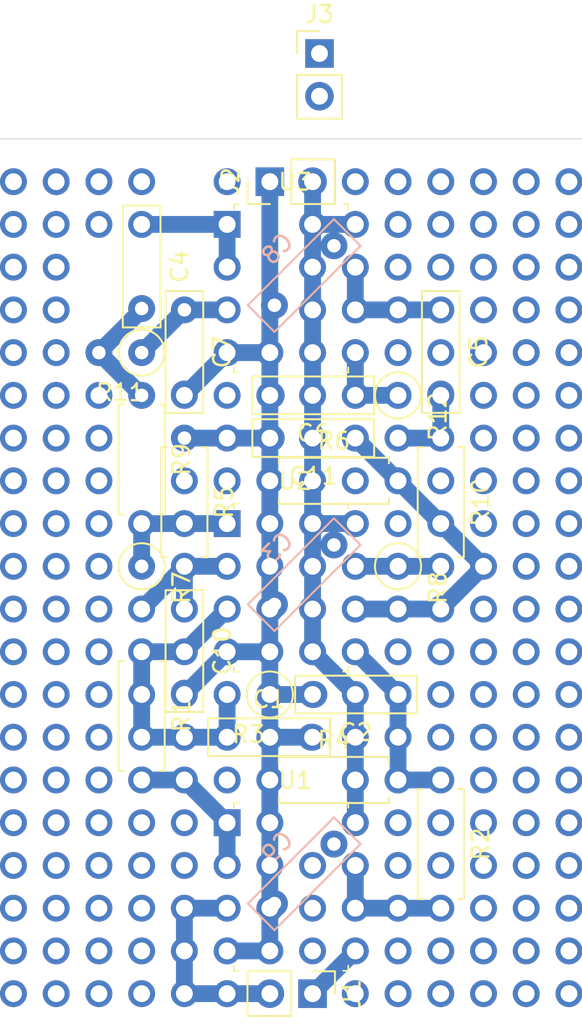
<source format=kicad_pcb>
(kicad_pcb (version 20171130) (host pcbnew 5.1.12-1.fc33)

  (general
    (thickness 1.6)
    (drawings 5)
    (tracks 370)
    (zones 0)
    (modules 29)
    (nets 19)
  )

  (page A4)
  (layers
    (0 F.Cu signal)
    (31 B.Cu signal)
    (32 B.Adhes user hide)
    (33 F.Adhes user hide)
    (34 B.Paste user hide)
    (35 F.Paste user hide)
    (36 B.SilkS user hide)
    (37 F.SilkS user)
    (38 B.Mask user hide)
    (39 F.Mask user hide)
    (40 Dwgs.User user hide)
    (41 Cmts.User user hide)
    (42 Eco1.User user hide)
    (43 Eco2.User user hide)
    (44 Edge.Cuts user hide)
    (45 Margin user hide)
    (46 B.CrtYd user hide)
    (47 F.CrtYd user hide)
    (48 B.Fab user hide)
    (49 F.Fab user hide)
  )

  (setup
    (last_trace_width 1)
    (user_trace_width 1)
    (trace_clearance 0.2)
    (zone_clearance 0.508)
    (zone_45_only no)
    (trace_min 0.2)
    (via_size 0.8)
    (via_drill 0.4)
    (via_min_size 0.4)
    (via_min_drill 0.3)
    (user_via 1.6 1)
    (uvia_size 0.3)
    (uvia_drill 0.1)
    (uvias_allowed no)
    (uvia_min_size 0.2)
    (uvia_min_drill 0.1)
    (edge_width 0.05)
    (segment_width 0.2)
    (pcb_text_width 0.3)
    (pcb_text_size 1.5 1.5)
    (mod_edge_width 0.12)
    (mod_text_size 1 1)
    (mod_text_width 0.15)
    (pad_size 1.524 1.524)
    (pad_drill 0.762)
    (pad_to_mask_clearance 0)
    (solder_mask_min_width 2)
    (aux_axis_origin 0 0)
    (visible_elements FFFFFF7F)
    (pcbplotparams
      (layerselection 0x010fc_ffffffff)
      (usegerberextensions false)
      (usegerberattributes true)
      (usegerberadvancedattributes true)
      (creategerberjobfile true)
      (excludeedgelayer true)
      (linewidth 0.100000)
      (plotframeref false)
      (viasonmask false)
      (mode 1)
      (useauxorigin false)
      (hpglpennumber 1)
      (hpglpenspeed 20)
      (hpglpendiameter 15.000000)
      (psnegative false)
      (psa4output false)
      (plotreference true)
      (plotvalue true)
      (plotinvisibletext false)
      (padsonsilk false)
      (subtractmaskfromsilk false)
      (outputformat 1)
      (mirror false)
      (drillshape 1)
      (scaleselection 1)
      (outputdirectory ""))
  )

  (net 0 "")
  (net 1 GND)
  (net 2 "Net-(C1-Pad1)")
  (net 3 "Net-(C2-Pad1)")
  (net 4 VCC)
  (net 5 "Net-(C4-Pad2)")
  (net 6 "Net-(C4-Pad1)")
  (net 7 "Net-(C5-Pad2)")
  (net 8 "Net-(C5-Pad1)")
  (net 9 "Net-(C6-Pad1)")
  (net 10 "Net-(C7-Pad1)")
  (net 11 "Net-(R1-Pad2)")
  (net 12 "Net-(R2-Pad2)")
  (net 13 "Net-(R7-Pad1)")
  (net 14 "Net-(R10-Pad2)")
  (net 15 "Net-(J1-Pad1)")
  (net 16 "Net-(J1-Pad2)")
  (net 17 "Net-(C10-Pad1)")
  (net 18 "Net-(C11-Pad1)")

  (net_class Default "This is the default net class."
    (clearance 0.2)
    (trace_width 0.25)
    (via_dia 0.8)
    (via_drill 0.4)
    (uvia_dia 0.3)
    (uvia_drill 0.1)
    (add_net GND)
    (add_net "Net-(C1-Pad1)")
    (add_net "Net-(C10-Pad1)")
    (add_net "Net-(C11-Pad1)")
    (add_net "Net-(C2-Pad1)")
    (add_net "Net-(C4-Pad1)")
    (add_net "Net-(C4-Pad2)")
    (add_net "Net-(C5-Pad1)")
    (add_net "Net-(C5-Pad2)")
    (add_net "Net-(C6-Pad1)")
    (add_net "Net-(C7-Pad1)")
    (add_net "Net-(J1-Pad1)")
    (add_net "Net-(J1-Pad2)")
    (add_net "Net-(R1-Pad2)")
    (add_net "Net-(R10-Pad2)")
    (add_net "Net-(R2-Pad2)")
    (add_net "Net-(R7-Pad1)")
    (add_net VCC)
  )

  (module Connector_PinHeader_2.54mm:PinHeader_1x02_P2.54mm_Vertical (layer F.Cu) (tedit 59FED5CC) (tstamp 6198170C)
    (at 94.39 22.86)
    (descr "Through hole straight pin header, 1x02, 2.54mm pitch, single row")
    (tags "Through hole pin header THT 1x02 2.54mm single row")
    (path /61EEAF41)
    (fp_text reference J3 (at 0 -2.33) (layer F.SilkS)
      (effects (font (size 1 1) (thickness 0.15)))
    )
    (fp_text value Screw_Terminal_01x02 (at 0 4.87) (layer F.Fab)
      (effects (font (size 1 1) (thickness 0.15)))
    )
    (fp_text user %R (at 0 1.27 90) (layer F.Fab)
      (effects (font (size 1 1) (thickness 0.15)))
    )
    (fp_line (start -0.635 -1.27) (end 1.27 -1.27) (layer F.Fab) (width 0.1))
    (fp_line (start 1.27 -1.27) (end 1.27 3.81) (layer F.Fab) (width 0.1))
    (fp_line (start 1.27 3.81) (end -1.27 3.81) (layer F.Fab) (width 0.1))
    (fp_line (start -1.27 3.81) (end -1.27 -0.635) (layer F.Fab) (width 0.1))
    (fp_line (start -1.27 -0.635) (end -0.635 -1.27) (layer F.Fab) (width 0.1))
    (fp_line (start -1.33 3.87) (end 1.33 3.87) (layer F.SilkS) (width 0.12))
    (fp_line (start -1.33 1.27) (end -1.33 3.87) (layer F.SilkS) (width 0.12))
    (fp_line (start 1.33 1.27) (end 1.33 3.87) (layer F.SilkS) (width 0.12))
    (fp_line (start -1.33 1.27) (end 1.33 1.27) (layer F.SilkS) (width 0.12))
    (fp_line (start -1.33 0) (end -1.33 -1.33) (layer F.SilkS) (width 0.12))
    (fp_line (start -1.33 -1.33) (end 0 -1.33) (layer F.SilkS) (width 0.12))
    (fp_line (start -1.8 -1.8) (end -1.8 4.35) (layer F.CrtYd) (width 0.05))
    (fp_line (start -1.8 4.35) (end 1.8 4.35) (layer F.CrtYd) (width 0.05))
    (fp_line (start 1.8 4.35) (end 1.8 -1.8) (layer F.CrtYd) (width 0.05))
    (fp_line (start 1.8 -1.8) (end -1.8 -1.8) (layer F.CrtYd) (width 0.05))
    (pad 2 thru_hole oval (at 0 2.54) (size 1.7 1.7) (drill 1) (layers *.Cu *.Mask)
      (net 8 "Net-(C5-Pad1)"))
    (pad 1 thru_hole rect (at 0 0) (size 1.7 1.7) (drill 1) (layers *.Cu *.Mask)
      (net 6 "Net-(C4-Pad1)"))
    (model ${KISYS3DMOD}/Connector_PinHeader_2.54mm.3dshapes/PinHeader_1x02_P2.54mm_Vertical.wrl
      (at (xyz 0 0 0))
      (scale (xyz 1 1 1))
      (rotate (xyz 0 0 0))
    )
  )

  (module Connector_PinHeader_2.54mm:PinHeader_1x02_P2.54mm_Vertical (layer F.Cu) (tedit 59FED5CC) (tstamp 619816F6)
    (at 91.44 30.48 90)
    (descr "Through hole straight pin header, 1x02, 2.54mm pitch, single row")
    (tags "Through hole pin header THT 1x02 2.54mm single row")
    (path /61EEA13A)
    (fp_text reference J2 (at 0 -2.33 90) (layer F.SilkS)
      (effects (font (size 1 1) (thickness 0.15)))
    )
    (fp_text value Screw_Terminal_01x02 (at 0 4.87 90) (layer F.Fab)
      (effects (font (size 1 1) (thickness 0.15)))
    )
    (fp_text user %R (at 0 1.27) (layer F.Fab)
      (effects (font (size 1 1) (thickness 0.15)))
    )
    (fp_line (start -0.635 -1.27) (end 1.27 -1.27) (layer F.Fab) (width 0.1))
    (fp_line (start 1.27 -1.27) (end 1.27 3.81) (layer F.Fab) (width 0.1))
    (fp_line (start 1.27 3.81) (end -1.27 3.81) (layer F.Fab) (width 0.1))
    (fp_line (start -1.27 3.81) (end -1.27 -0.635) (layer F.Fab) (width 0.1))
    (fp_line (start -1.27 -0.635) (end -0.635 -1.27) (layer F.Fab) (width 0.1))
    (fp_line (start -1.33 3.87) (end 1.33 3.87) (layer F.SilkS) (width 0.12))
    (fp_line (start -1.33 1.27) (end -1.33 3.87) (layer F.SilkS) (width 0.12))
    (fp_line (start 1.33 1.27) (end 1.33 3.87) (layer F.SilkS) (width 0.12))
    (fp_line (start -1.33 1.27) (end 1.33 1.27) (layer F.SilkS) (width 0.12))
    (fp_line (start -1.33 0) (end -1.33 -1.33) (layer F.SilkS) (width 0.12))
    (fp_line (start -1.33 -1.33) (end 0 -1.33) (layer F.SilkS) (width 0.12))
    (fp_line (start -1.8 -1.8) (end -1.8 4.35) (layer F.CrtYd) (width 0.05))
    (fp_line (start -1.8 4.35) (end 1.8 4.35) (layer F.CrtYd) (width 0.05))
    (fp_line (start 1.8 4.35) (end 1.8 -1.8) (layer F.CrtYd) (width 0.05))
    (fp_line (start 1.8 -1.8) (end -1.8 -1.8) (layer F.CrtYd) (width 0.05))
    (pad 2 thru_hole oval (at 0 2.54 90) (size 1.7 1.7) (drill 1) (layers *.Cu *.Mask)
      (net 4 VCC))
    (pad 1 thru_hole rect (at 0 0 90) (size 1.7 1.7) (drill 1) (layers *.Cu *.Mask)
      (net 1 GND))
    (model ${KISYS3DMOD}/Connector_PinHeader_2.54mm.3dshapes/PinHeader_1x02_P2.54mm_Vertical.wrl
      (at (xyz 0 0 0))
      (scale (xyz 1 1 1))
      (rotate (xyz 0 0 0))
    )
  )

  (module Connector_PinHeader_2.54mm:PinHeader_1x02_P2.54mm_Vertical (layer F.Cu) (tedit 59FED5CC) (tstamp 619816E0)
    (at 93.98 78.74 270)
    (descr "Through hole straight pin header, 1x02, 2.54mm pitch, single row")
    (tags "Through hole pin header THT 1x02 2.54mm single row")
    (path /61ED5E20)
    (fp_text reference J1 (at 0 -2.33 90) (layer F.SilkS)
      (effects (font (size 1 1) (thickness 0.15)))
    )
    (fp_text value Screw_Terminal_01x02 (at 0 4.87 90) (layer F.Fab)
      (effects (font (size 1 1) (thickness 0.15)))
    )
    (fp_text user %R (at 0 1.27) (layer F.Fab)
      (effects (font (size 1 1) (thickness 0.15)))
    )
    (fp_line (start -0.635 -1.27) (end 1.27 -1.27) (layer F.Fab) (width 0.1))
    (fp_line (start 1.27 -1.27) (end 1.27 3.81) (layer F.Fab) (width 0.1))
    (fp_line (start 1.27 3.81) (end -1.27 3.81) (layer F.Fab) (width 0.1))
    (fp_line (start -1.27 3.81) (end -1.27 -0.635) (layer F.Fab) (width 0.1))
    (fp_line (start -1.27 -0.635) (end -0.635 -1.27) (layer F.Fab) (width 0.1))
    (fp_line (start -1.33 3.87) (end 1.33 3.87) (layer F.SilkS) (width 0.12))
    (fp_line (start -1.33 1.27) (end -1.33 3.87) (layer F.SilkS) (width 0.12))
    (fp_line (start 1.33 1.27) (end 1.33 3.87) (layer F.SilkS) (width 0.12))
    (fp_line (start -1.33 1.27) (end 1.33 1.27) (layer F.SilkS) (width 0.12))
    (fp_line (start -1.33 0) (end -1.33 -1.33) (layer F.SilkS) (width 0.12))
    (fp_line (start -1.33 -1.33) (end 0 -1.33) (layer F.SilkS) (width 0.12))
    (fp_line (start -1.8 -1.8) (end -1.8 4.35) (layer F.CrtYd) (width 0.05))
    (fp_line (start -1.8 4.35) (end 1.8 4.35) (layer F.CrtYd) (width 0.05))
    (fp_line (start 1.8 4.35) (end 1.8 -1.8) (layer F.CrtYd) (width 0.05))
    (fp_line (start 1.8 -1.8) (end -1.8 -1.8) (layer F.CrtYd) (width 0.05))
    (pad 2 thru_hole oval (at 0 2.54 270) (size 1.7 1.7) (drill 1) (layers *.Cu *.Mask)
      (net 16 "Net-(J1-Pad2)"))
    (pad 1 thru_hole rect (at 0 0 270) (size 1.7 1.7) (drill 1) (layers *.Cu *.Mask)
      (net 15 "Net-(J1-Pad1)"))
    (model ${KISYS3DMOD}/Connector_PinHeader_2.54mm.3dshapes/PinHeader_1x02_P2.54mm_Vertical.wrl
      (at (xyz 0 0 0))
      (scale (xyz 1 1 1))
      (rotate (xyz 0 0 0))
    )
  )

  (module Capacitor_THT:C_Rect_L7.0mm_W2.0mm_P5.00mm (layer F.Cu) (tedit 5AE50EF0) (tstamp 6198151E)
    (at 96.52 45.72 180)
    (descr "C, Rect series, Radial, pin pitch=5.00mm, , length*width=7*2mm^2, Capacitor")
    (tags "C Rect series Radial pin pitch 5.00mm  length 7mm width 2mm Capacitor")
    (path /61A2E2BE)
    (fp_text reference C11 (at 2.5 -2.25) (layer F.SilkS)
      (effects (font (size 1 1) (thickness 0.15)))
    )
    (fp_text value 47nF (at 2.5 2.25) (layer F.Fab)
      (effects (font (size 1 1) (thickness 0.15)))
    )
    (fp_line (start 6.25 -1.25) (end -1.25 -1.25) (layer F.CrtYd) (width 0.05))
    (fp_line (start 6.25 1.25) (end 6.25 -1.25) (layer F.CrtYd) (width 0.05))
    (fp_line (start -1.25 1.25) (end 6.25 1.25) (layer F.CrtYd) (width 0.05))
    (fp_line (start -1.25 -1.25) (end -1.25 1.25) (layer F.CrtYd) (width 0.05))
    (fp_line (start 6.12 -1.12) (end 6.12 1.12) (layer F.SilkS) (width 0.12))
    (fp_line (start -1.12 -1.12) (end -1.12 1.12) (layer F.SilkS) (width 0.12))
    (fp_line (start -1.12 1.12) (end 6.12 1.12) (layer F.SilkS) (width 0.12))
    (fp_line (start -1.12 -1.12) (end 6.12 -1.12) (layer F.SilkS) (width 0.12))
    (fp_line (start 6 -1) (end -1 -1) (layer F.Fab) (width 0.1))
    (fp_line (start 6 1) (end 6 -1) (layer F.Fab) (width 0.1))
    (fp_line (start -1 1) (end 6 1) (layer F.Fab) (width 0.1))
    (fp_line (start -1 -1) (end -1 1) (layer F.Fab) (width 0.1))
    (fp_text user %R (at 2.5 0) (layer F.Fab)
      (effects (font (size 1 1) (thickness 0.15)))
    )
    (pad 2 thru_hole circle (at 5 0 180) (size 1.6 1.6) (drill 0.8) (layers *.Cu *.Mask)
      (net 1 GND))
    (pad 1 thru_hole circle (at 0 0 180) (size 1.6 1.6) (drill 0.8) (layers *.Cu *.Mask)
      (net 18 "Net-(C11-Pad1)"))
    (model ${KISYS3DMOD}/Capacitor_THT.3dshapes/C_Rect_L7.0mm_W2.0mm_P5.00mm.wrl
      (at (xyz 0 0 0))
      (scale (xyz 1 1 1))
      (rotate (xyz 0 0 0))
    )
  )

  (module Capacitor_THT:C_Rect_L7.0mm_W2.0mm_P5.00mm (layer F.Cu) (tedit 5AE50EF0) (tstamp 61981167)
    (at 86.36 55.88 270)
    (descr "C, Rect series, Radial, pin pitch=5.00mm, , length*width=7*2mm^2, Capacitor")
    (tags "C Rect series Radial pin pitch 5.00mm  length 7mm width 2mm Capacitor")
    (path /619E5533)
    (fp_text reference C10 (at 2.5 -2.25 90) (layer F.SilkS)
      (effects (font (size 1 1) (thickness 0.15)))
    )
    (fp_text value 47nF (at 2.5 2.25 90) (layer F.Fab)
      (effects (font (size 1 1) (thickness 0.15)))
    )
    (fp_line (start 6.25 -1.25) (end -1.25 -1.25) (layer F.CrtYd) (width 0.05))
    (fp_line (start 6.25 1.25) (end 6.25 -1.25) (layer F.CrtYd) (width 0.05))
    (fp_line (start -1.25 1.25) (end 6.25 1.25) (layer F.CrtYd) (width 0.05))
    (fp_line (start -1.25 -1.25) (end -1.25 1.25) (layer F.CrtYd) (width 0.05))
    (fp_line (start 6.12 -1.12) (end 6.12 1.12) (layer F.SilkS) (width 0.12))
    (fp_line (start -1.12 -1.12) (end -1.12 1.12) (layer F.SilkS) (width 0.12))
    (fp_line (start -1.12 1.12) (end 6.12 1.12) (layer F.SilkS) (width 0.12))
    (fp_line (start -1.12 -1.12) (end 6.12 -1.12) (layer F.SilkS) (width 0.12))
    (fp_line (start 6 -1) (end -1 -1) (layer F.Fab) (width 0.1))
    (fp_line (start 6 1) (end 6 -1) (layer F.Fab) (width 0.1))
    (fp_line (start -1 1) (end 6 1) (layer F.Fab) (width 0.1))
    (fp_line (start -1 -1) (end -1 1) (layer F.Fab) (width 0.1))
    (fp_text user %R (at 2.5 0 90) (layer F.Fab)
      (effects (font (size 1 1) (thickness 0.15)))
    )
    (pad 2 thru_hole circle (at 5 0 270) (size 1.6 1.6) (drill 0.8) (layers *.Cu *.Mask)
      (net 1 GND))
    (pad 1 thru_hole circle (at 0 0 270) (size 1.6 1.6) (drill 0.8) (layers *.Cu *.Mask)
      (net 17 "Net-(C10-Pad1)"))
    (model ${KISYS3DMOD}/Capacitor_THT.3dshapes/C_Rect_L7.0mm_W2.0mm_P5.00mm.wrl
      (at (xyz 0 0 0))
      (scale (xyz 1 1 1))
      (rotate (xyz 0 0 0))
    )
  )

  (module Resistor_THT:R_Axial_DIN0207_L6.3mm_D2.5mm_P7.62mm_Horizontal (layer F.Cu) (tedit 5AE5139B) (tstamp 61975518)
    (at 83.82 43.18 270)
    (descr "Resistor, Axial_DIN0207 series, Axial, Horizontal, pin pitch=7.62mm, 0.25W = 1/4W, length*diameter=6.3*2.5mm^2, http://cdn-reichelt.de/documents/datenblatt/B400/1_4W%23YAG.pdf")
    (tags "Resistor Axial_DIN0207 series Axial Horizontal pin pitch 7.62mm 0.25W = 1/4W length 6.3mm diameter 2.5mm")
    (path /6199B3C0)
    (fp_text reference R9 (at 3.81 -2.37 90) (layer F.SilkS)
      (effects (font (size 1 1) (thickness 0.15)))
    )
    (fp_text value 100k (at 3.81 2.37 90) (layer F.Fab)
      (effects (font (size 1 1) (thickness 0.15)))
    )
    (fp_line (start 8.67 -1.5) (end -1.05 -1.5) (layer F.CrtYd) (width 0.05))
    (fp_line (start 8.67 1.5) (end 8.67 -1.5) (layer F.CrtYd) (width 0.05))
    (fp_line (start -1.05 1.5) (end 8.67 1.5) (layer F.CrtYd) (width 0.05))
    (fp_line (start -1.05 -1.5) (end -1.05 1.5) (layer F.CrtYd) (width 0.05))
    (fp_line (start 7.08 1.37) (end 7.08 1.04) (layer F.SilkS) (width 0.12))
    (fp_line (start 0.54 1.37) (end 7.08 1.37) (layer F.SilkS) (width 0.12))
    (fp_line (start 0.54 1.04) (end 0.54 1.37) (layer F.SilkS) (width 0.12))
    (fp_line (start 7.08 -1.37) (end 7.08 -1.04) (layer F.SilkS) (width 0.12))
    (fp_line (start 0.54 -1.37) (end 7.08 -1.37) (layer F.SilkS) (width 0.12))
    (fp_line (start 0.54 -1.04) (end 0.54 -1.37) (layer F.SilkS) (width 0.12))
    (fp_line (start 7.62 0) (end 6.96 0) (layer F.Fab) (width 0.1))
    (fp_line (start 0 0) (end 0.66 0) (layer F.Fab) (width 0.1))
    (fp_line (start 6.96 -1.25) (end 0.66 -1.25) (layer F.Fab) (width 0.1))
    (fp_line (start 6.96 1.25) (end 6.96 -1.25) (layer F.Fab) (width 0.1))
    (fp_line (start 0.66 1.25) (end 6.96 1.25) (layer F.Fab) (width 0.1))
    (fp_line (start 0.66 -1.25) (end 0.66 1.25) (layer F.Fab) (width 0.1))
    (fp_text user %R (at 3.81 0 90) (layer F.Fab)
      (effects (font (size 1 1) (thickness 0.15)))
    )
    (pad 2 thru_hole oval (at 7.62 0 270) (size 1.6 1.6) (drill 0.8) (layers *.Cu *.Mask)
      (net 13 "Net-(R7-Pad1)"))
    (pad 1 thru_hole circle (at 0 0 270) (size 1.6 1.6) (drill 0.8) (layers *.Cu *.Mask)
      (net 5 "Net-(C4-Pad2)"))
    (model ${KISYS3DMOD}/Resistor_THT.3dshapes/R_Axial_DIN0207_L6.3mm_D2.5mm_P7.62mm_Horizontal.wrl
      (at (xyz 0 0 0))
      (scale (xyz 1 1 1))
      (rotate (xyz 0 0 0))
    )
  )

  (module Capacitor_THT:C_Rect_L7.0mm_W2.0mm_P5.00mm (layer B.Cu) (tedit 5AE50EF0) (tstamp 6197F0DD)
    (at 95.25 69.85 225)
    (descr "C, Rect series, Radial, pin pitch=5.00mm, , length*width=7*2mm^2, Capacitor")
    (tags "C Rect series Radial pin pitch 5.00mm  length 7mm width 2mm Capacitor")
    (path /61995DA6)
    (fp_text reference C9 (at 2.5 2.25 225) (layer B.SilkS)
      (effects (font (size 1 1) (thickness 0.15)) (justify mirror))
    )
    (fp_text value 47nF (at 2.5 -2.25 225) (layer B.Fab)
      (effects (font (size 1 1) (thickness 0.15)) (justify mirror))
    )
    (fp_line (start 6.25 1.25) (end -1.25 1.25) (layer B.CrtYd) (width 0.05))
    (fp_line (start 6.25 -1.25) (end 6.25 1.25) (layer B.CrtYd) (width 0.05))
    (fp_line (start -1.25 -1.25) (end 6.25 -1.25) (layer B.CrtYd) (width 0.05))
    (fp_line (start -1.25 1.25) (end -1.25 -1.25) (layer B.CrtYd) (width 0.05))
    (fp_line (start 6.12 1.12) (end 6.12 -1.12) (layer B.SilkS) (width 0.12))
    (fp_line (start -1.12 1.12) (end -1.12 -1.12) (layer B.SilkS) (width 0.12))
    (fp_line (start -1.12 -1.12) (end 6.12 -1.12) (layer B.SilkS) (width 0.12))
    (fp_line (start -1.12 1.12) (end 6.12 1.12) (layer B.SilkS) (width 0.12))
    (fp_line (start 6 1) (end -1 1) (layer B.Fab) (width 0.1))
    (fp_line (start 6 -1) (end 6 1) (layer B.Fab) (width 0.1))
    (fp_line (start -1 -1) (end 6 -1) (layer B.Fab) (width 0.1))
    (fp_line (start -1 1) (end -1 -1) (layer B.Fab) (width 0.1))
    (fp_text user %R (at 2.5 0 225) (layer B.Fab)
      (effects (font (size 1 1) (thickness 0.15)) (justify mirror))
    )
    (pad 2 thru_hole circle (at 5 0 225) (size 1.6 1.6) (drill 0.8) (layers *.Cu *.Mask)
      (net 1 GND))
    (pad 1 thru_hole circle (at 0 0 225) (size 1.6 1.6) (drill 0.8) (layers *.Cu *.Mask)
      (net 4 VCC))
    (model ${KISYS3DMOD}/Capacitor_THT.3dshapes/C_Rect_L7.0mm_W2.0mm_P5.00mm.wrl
      (at (xyz 0 0 0))
      (scale (xyz 1 1 1))
      (rotate (xyz 0 0 0))
    )
  )

  (module Resistor_THT:R_Axial_DIN0207_L6.3mm_D2.5mm_P7.62mm_Horizontal (layer F.Cu) (tedit 5AE5139B) (tstamp 6197E5DA)
    (at 101.6 45.72 270)
    (descr "Resistor, Axial_DIN0207 series, Axial, Horizontal, pin pitch=7.62mm, 0.25W = 1/4W, length*diameter=6.3*2.5mm^2, http://cdn-reichelt.de/documents/datenblatt/B400/1_4W%23YAG.pdf")
    (tags "Resistor Axial_DIN0207 series Axial Horizontal pin pitch 7.62mm 0.25W = 1/4W length 6.3mm diameter 2.5mm")
    (path /6199B3BA)
    (fp_text reference R10 (at 3.81 -2.37 90) (layer F.SilkS)
      (effects (font (size 1 1) (thickness 0.15)))
    )
    (fp_text value 100k (at 3.81 2.37 90) (layer F.Fab)
      (effects (font (size 1 1) (thickness 0.15)))
    )
    (fp_line (start 8.67 -1.5) (end -1.05 -1.5) (layer F.CrtYd) (width 0.05))
    (fp_line (start 8.67 1.5) (end 8.67 -1.5) (layer F.CrtYd) (width 0.05))
    (fp_line (start -1.05 1.5) (end 8.67 1.5) (layer F.CrtYd) (width 0.05))
    (fp_line (start -1.05 -1.5) (end -1.05 1.5) (layer F.CrtYd) (width 0.05))
    (fp_line (start 7.08 1.37) (end 7.08 1.04) (layer F.SilkS) (width 0.12))
    (fp_line (start 0.54 1.37) (end 7.08 1.37) (layer F.SilkS) (width 0.12))
    (fp_line (start 0.54 1.04) (end 0.54 1.37) (layer F.SilkS) (width 0.12))
    (fp_line (start 7.08 -1.37) (end 7.08 -1.04) (layer F.SilkS) (width 0.12))
    (fp_line (start 0.54 -1.37) (end 7.08 -1.37) (layer F.SilkS) (width 0.12))
    (fp_line (start 0.54 -1.04) (end 0.54 -1.37) (layer F.SilkS) (width 0.12))
    (fp_line (start 7.62 0) (end 6.96 0) (layer F.Fab) (width 0.1))
    (fp_line (start 0 0) (end 0.66 0) (layer F.Fab) (width 0.1))
    (fp_line (start 6.96 -1.25) (end 0.66 -1.25) (layer F.Fab) (width 0.1))
    (fp_line (start 6.96 1.25) (end 6.96 -1.25) (layer F.Fab) (width 0.1))
    (fp_line (start 0.66 1.25) (end 6.96 1.25) (layer F.Fab) (width 0.1))
    (fp_line (start 0.66 -1.25) (end 0.66 1.25) (layer F.Fab) (width 0.1))
    (fp_text user %R (at 2.54 0 90) (layer F.Fab)
      (effects (font (size 1 1) (thickness 0.15)))
    )
    (pad 2 thru_hole oval (at 7.62 0 270) (size 1.6 1.6) (drill 0.8) (layers *.Cu *.Mask)
      (net 14 "Net-(R10-Pad2)"))
    (pad 1 thru_hole circle (at 0 0 270) (size 1.6 1.6) (drill 0.8) (layers *.Cu *.Mask)
      (net 7 "Net-(C5-Pad2)"))
    (model ${KISYS3DMOD}/Resistor_THT.3dshapes/R_Axial_DIN0207_L6.3mm_D2.5mm_P7.62mm_Horizontal.wrl
      (at (xyz 0 0 0))
      (scale (xyz 1 1 1))
      (rotate (xyz 0 0 0))
    )
  )

  (module Resistor_THT:R_Axial_DIN0207_L6.3mm_D2.5mm_P7.62mm_Horizontal (layer F.Cu) (tedit 5AE5139B) (tstamp 619754EB)
    (at 91.44 48.26)
    (descr "Resistor, Axial_DIN0207 series, Axial, Horizontal, pin pitch=7.62mm, 0.25W = 1/4W, length*diameter=6.3*2.5mm^2, http://cdn-reichelt.de/documents/datenblatt/B400/1_4W%23YAG.pdf")
    (tags "Resistor Axial_DIN0207 series Axial Horizontal pin pitch 7.62mm 0.25W = 1/4W length 6.3mm diameter 2.5mm")
    (path /6199B3C6)
    (fp_text reference R6 (at 3.81 -2.37) (layer F.SilkS)
      (effects (font (size 1 1) (thickness 0.15)))
    )
    (fp_text value 100k (at 3.81 2.37) (layer F.Fab)
      (effects (font (size 1 1) (thickness 0.15)))
    )
    (fp_line (start 8.67 -1.5) (end -1.05 -1.5) (layer F.CrtYd) (width 0.05))
    (fp_line (start 8.67 1.5) (end 8.67 -1.5) (layer F.CrtYd) (width 0.05))
    (fp_line (start -1.05 1.5) (end 8.67 1.5) (layer F.CrtYd) (width 0.05))
    (fp_line (start -1.05 -1.5) (end -1.05 1.5) (layer F.CrtYd) (width 0.05))
    (fp_line (start 7.08 1.37) (end 7.08 1.04) (layer F.SilkS) (width 0.12))
    (fp_line (start 0.54 1.37) (end 7.08 1.37) (layer F.SilkS) (width 0.12))
    (fp_line (start 0.54 1.04) (end 0.54 1.37) (layer F.SilkS) (width 0.12))
    (fp_line (start 7.08 -1.37) (end 7.08 -1.04) (layer F.SilkS) (width 0.12))
    (fp_line (start 0.54 -1.37) (end 7.08 -1.37) (layer F.SilkS) (width 0.12))
    (fp_line (start 0.54 -1.04) (end 0.54 -1.37) (layer F.SilkS) (width 0.12))
    (fp_line (start 7.62 0) (end 6.96 0) (layer F.Fab) (width 0.1))
    (fp_line (start 0 0) (end 0.66 0) (layer F.Fab) (width 0.1))
    (fp_line (start 6.96 -1.25) (end 0.66 -1.25) (layer F.Fab) (width 0.1))
    (fp_line (start 6.96 1.25) (end 6.96 -1.25) (layer F.Fab) (width 0.1))
    (fp_line (start 0.66 1.25) (end 6.96 1.25) (layer F.Fab) (width 0.1))
    (fp_line (start 0.66 -1.25) (end 0.66 1.25) (layer F.Fab) (width 0.1))
    (fp_text user %R (at 3.81 0) (layer F.Fab)
      (effects (font (size 1 1) (thickness 0.15)))
    )
    (pad 2 thru_hole oval (at 7.62 0) (size 1.6 1.6) (drill 0.8) (layers *.Cu *.Mask)
      (net 18 "Net-(C11-Pad1)"))
    (pad 1 thru_hole circle (at 0 0) (size 1.6 1.6) (drill 0.8) (layers *.Cu *.Mask)
      (net 1 GND))
    (model ${KISYS3DMOD}/Resistor_THT.3dshapes/R_Axial_DIN0207_L6.3mm_D2.5mm_P7.62mm_Horizontal.wrl
      (at (xyz 0 0 0))
      (scale (xyz 1 1 1))
      (rotate (xyz 0 0 0))
    )
  )

  (module Resistor_THT:R_Axial_DIN0207_L6.3mm_D2.5mm_P7.62mm_Horizontal (layer F.Cu) (tedit 5AE5139B) (tstamp 619754CD)
    (at 91.44 66.04)
    (descr "Resistor, Axial_DIN0207 series, Axial, Horizontal, pin pitch=7.62mm, 0.25W = 1/4W, length*diameter=6.3*2.5mm^2, http://cdn-reichelt.de/documents/datenblatt/B400/1_4W%23YAG.pdf")
    (tags "Resistor Axial_DIN0207 series Axial Horizontal pin pitch 7.62mm 0.25W = 1/4W length 6.3mm diameter 2.5mm")
    (path /61990B05)
    (fp_text reference R4 (at 3.81 -2.37) (layer F.SilkS)
      (effects (font (size 1 1) (thickness 0.15)))
    )
    (fp_text value 10k (at 3.81 2.37) (layer F.Fab)
      (effects (font (size 1 1) (thickness 0.15)))
    )
    (fp_line (start 0.66 -1.25) (end 0.66 1.25) (layer F.Fab) (width 0.1))
    (fp_line (start 0.66 1.25) (end 6.96 1.25) (layer F.Fab) (width 0.1))
    (fp_line (start 6.96 1.25) (end 6.96 -1.25) (layer F.Fab) (width 0.1))
    (fp_line (start 6.96 -1.25) (end 0.66 -1.25) (layer F.Fab) (width 0.1))
    (fp_line (start 0 0) (end 0.66 0) (layer F.Fab) (width 0.1))
    (fp_line (start 7.62 0) (end 6.96 0) (layer F.Fab) (width 0.1))
    (fp_line (start 0.54 -1.04) (end 0.54 -1.37) (layer F.SilkS) (width 0.12))
    (fp_line (start 0.54 -1.37) (end 7.08 -1.37) (layer F.SilkS) (width 0.12))
    (fp_line (start 7.08 -1.37) (end 7.08 -1.04) (layer F.SilkS) (width 0.12))
    (fp_line (start 0.54 1.04) (end 0.54 1.37) (layer F.SilkS) (width 0.12))
    (fp_line (start 0.54 1.37) (end 7.08 1.37) (layer F.SilkS) (width 0.12))
    (fp_line (start 7.08 1.37) (end 7.08 1.04) (layer F.SilkS) (width 0.12))
    (fp_line (start -1.05 -1.5) (end -1.05 1.5) (layer F.CrtYd) (width 0.05))
    (fp_line (start -1.05 1.5) (end 8.67 1.5) (layer F.CrtYd) (width 0.05))
    (fp_line (start 8.67 1.5) (end 8.67 -1.5) (layer F.CrtYd) (width 0.05))
    (fp_line (start 8.67 -1.5) (end -1.05 -1.5) (layer F.CrtYd) (width 0.05))
    (fp_text user %R (at 3.81 0) (layer F.Fab)
      (effects (font (size 1 1) (thickness 0.15)))
    )
    (pad 2 thru_hole oval (at 7.62 0) (size 1.6 1.6) (drill 0.8) (layers *.Cu *.Mask)
      (net 3 "Net-(C2-Pad1)"))
    (pad 1 thru_hole circle (at 0 0) (size 1.6 1.6) (drill 0.8) (layers *.Cu *.Mask)
      (net 1 GND))
    (model ${KISYS3DMOD}/Resistor_THT.3dshapes/R_Axial_DIN0207_L6.3mm_D2.5mm_P7.62mm_Horizontal.wrl
      (at (xyz 0 0 0))
      (scale (xyz 1 1 1))
      (rotate (xyz 0 0 0))
    )
  )

  (module Resistor_THT:R_Axial_DIN0207_L6.3mm_D2.5mm_P7.62mm_Horizontal (layer F.Cu) (tedit 5AE5139B) (tstamp 619792B0)
    (at 101.6 66.04 270)
    (descr "Resistor, Axial_DIN0207 series, Axial, Horizontal, pin pitch=7.62mm, 0.25W = 1/4W, length*diameter=6.3*2.5mm^2, http://cdn-reichelt.de/documents/datenblatt/B400/1_4W%23YAG.pdf")
    (tags "Resistor Axial_DIN0207 series Axial Horizontal pin pitch 7.62mm 0.25W = 1/4W length 6.3mm diameter 2.5mm")
    (path /6199B3CC)
    (fp_text reference R2 (at 3.81 -2.37 90) (layer F.SilkS)
      (effects (font (size 1 1) (thickness 0.15)))
    )
    (fp_text value 100k (at 3.81 2.37 90) (layer F.Fab)
      (effects (font (size 1 1) (thickness 0.15)))
    )
    (fp_line (start 0.66 -1.25) (end 0.66 1.25) (layer F.Fab) (width 0.1))
    (fp_line (start 0.66 1.25) (end 6.96 1.25) (layer F.Fab) (width 0.1))
    (fp_line (start 6.96 1.25) (end 6.96 -1.25) (layer F.Fab) (width 0.1))
    (fp_line (start 6.96 -1.25) (end 0.66 -1.25) (layer F.Fab) (width 0.1))
    (fp_line (start 0 0) (end 0.66 0) (layer F.Fab) (width 0.1))
    (fp_line (start 7.62 0) (end 6.96 0) (layer F.Fab) (width 0.1))
    (fp_line (start 0.54 -1.04) (end 0.54 -1.37) (layer F.SilkS) (width 0.12))
    (fp_line (start 0.54 -1.37) (end 7.08 -1.37) (layer F.SilkS) (width 0.12))
    (fp_line (start 7.08 -1.37) (end 7.08 -1.04) (layer F.SilkS) (width 0.12))
    (fp_line (start 0.54 1.04) (end 0.54 1.37) (layer F.SilkS) (width 0.12))
    (fp_line (start 0.54 1.37) (end 7.08 1.37) (layer F.SilkS) (width 0.12))
    (fp_line (start 7.08 1.37) (end 7.08 1.04) (layer F.SilkS) (width 0.12))
    (fp_line (start -1.05 -1.5) (end -1.05 1.5) (layer F.CrtYd) (width 0.05))
    (fp_line (start -1.05 1.5) (end 8.67 1.5) (layer F.CrtYd) (width 0.05))
    (fp_line (start 8.67 1.5) (end 8.67 -1.5) (layer F.CrtYd) (width 0.05))
    (fp_line (start 8.67 -1.5) (end -1.05 -1.5) (layer F.CrtYd) (width 0.05))
    (fp_text user %R (at 3.81 0 90) (layer F.Fab)
      (effects (font (size 1 1) (thickness 0.15)))
    )
    (pad 2 thru_hole oval (at 7.62 0 270) (size 1.6 1.6) (drill 0.8) (layers *.Cu *.Mask)
      (net 12 "Net-(R2-Pad2)"))
    (pad 1 thru_hole circle (at 0 0 270) (size 1.6 1.6) (drill 0.8) (layers *.Cu *.Mask)
      (net 3 "Net-(C2-Pad1)"))
    (model ${KISYS3DMOD}/Resistor_THT.3dshapes/R_Axial_DIN0207_L6.3mm_D2.5mm_P7.62mm_Horizontal.wrl
      (at (xyz 0 0 0))
      (scale (xyz 1 1 1))
      (rotate (xyz 0 0 0))
    )
  )

  (module Resistor_THT:R_Axial_DIN0207_L6.3mm_D2.5mm_P2.54mm_Vertical (layer F.Cu) (tedit 5AE5139B) (tstamp 61978889)
    (at 83.82 40.64 180)
    (descr "Resistor, Axial_DIN0207 series, Axial, Vertical, pin pitch=2.54mm, 0.25W = 1/4W, length*diameter=6.3*2.5mm^2, http://cdn-reichelt.de/documents/datenblatt/B400/1_4W%23YAG.pdf")
    (tags "Resistor Axial_DIN0207 series Axial Vertical pin pitch 2.54mm 0.25W = 1/4W length 6.3mm diameter 2.5mm")
    (path /61999E08)
    (fp_text reference R11 (at 1.27 -2.37) (layer F.SilkS)
      (effects (font (size 1 1) (thickness 0.15)))
    )
    (fp_text value 100k (at 1.27 2.37) (layer F.Fab)
      (effects (font (size 1 1) (thickness 0.15)))
    )
    (fp_circle (center 0 0) (end 1.25 0) (layer F.Fab) (width 0.1))
    (fp_circle (center 0 0) (end 1.37 0) (layer F.SilkS) (width 0.12))
    (fp_line (start 0 0) (end 2.54 0) (layer F.Fab) (width 0.1))
    (fp_line (start 1.37 0) (end 1.44 0) (layer F.SilkS) (width 0.12))
    (fp_line (start -1.5 -1.5) (end -1.5 1.5) (layer F.CrtYd) (width 0.05))
    (fp_line (start -1.5 1.5) (end 3.59 1.5) (layer F.CrtYd) (width 0.05))
    (fp_line (start 3.59 1.5) (end 3.59 -1.5) (layer F.CrtYd) (width 0.05))
    (fp_line (start 3.59 -1.5) (end -1.5 -1.5) (layer F.CrtYd) (width 0.05))
    (fp_text user %R (at 1.27 -2.37) (layer F.Fab)
      (effects (font (size 1 1) (thickness 0.15)))
    )
    (pad 2 thru_hole oval (at 2.54 0 180) (size 1.6 1.6) (drill 0.8) (layers *.Cu *.Mask)
      (net 5 "Net-(C4-Pad2)"))
    (pad 1 thru_hole circle (at 0 0 180) (size 1.6 1.6) (drill 0.8) (layers *.Cu *.Mask)
      (net 10 "Net-(C7-Pad1)"))
    (model ${KISYS3DMOD}/Resistor_THT.3dshapes/R_Axial_DIN0207_L6.3mm_D2.5mm_P2.54mm_Vertical.wrl
      (at (xyz 0 0 0))
      (scale (xyz 1 1 1))
      (rotate (xyz 0 0 0))
    )
  )

  (module Resistor_THT:R_Axial_DIN0207_L6.3mm_D2.5mm_P2.54mm_Vertical (layer F.Cu) (tedit 5AE5139B) (tstamp 619754FA)
    (at 83.82 53.34 270)
    (descr "Resistor, Axial_DIN0207 series, Axial, Vertical, pin pitch=2.54mm, 0.25W = 1/4W, length*diameter=6.3*2.5mm^2, http://cdn-reichelt.de/documents/datenblatt/B400/1_4W%23YAG.pdf")
    (tags "Resistor Axial_DIN0207 series Axial Vertical pin pitch 2.54mm 0.25W = 1/4W length 6.3mm diameter 2.5mm")
    (path /61999E14)
    (fp_text reference R7 (at 1.27 -2.37 90) (layer F.SilkS)
      (effects (font (size 1 1) (thickness 0.15)))
    )
    (fp_text value 10k (at 1.27 2.37 90) (layer F.Fab)
      (effects (font (size 1 1) (thickness 0.15)))
    )
    (fp_circle (center 0 0) (end 1.25 0) (layer F.Fab) (width 0.1))
    (fp_circle (center 0 0) (end 1.37 0) (layer F.SilkS) (width 0.12))
    (fp_line (start 0 0) (end 2.54 0) (layer F.Fab) (width 0.1))
    (fp_line (start 1.37 0) (end 1.44 0) (layer F.SilkS) (width 0.12))
    (fp_line (start -1.5 -1.5) (end -1.5 1.5) (layer F.CrtYd) (width 0.05))
    (fp_line (start -1.5 1.5) (end 3.59 1.5) (layer F.CrtYd) (width 0.05))
    (fp_line (start 3.59 1.5) (end 3.59 -1.5) (layer F.CrtYd) (width 0.05))
    (fp_line (start 3.59 -1.5) (end -1.5 -1.5) (layer F.CrtYd) (width 0.05))
    (fp_text user %R (at 1.27 -2.37 90) (layer F.Fab)
      (effects (font (size 1 1) (thickness 0.15)))
    )
    (pad 2 thru_hole oval (at 2.54 0 270) (size 1.6 1.6) (drill 0.8) (layers *.Cu *.Mask)
      (net 17 "Net-(C10-Pad1)"))
    (pad 1 thru_hole circle (at 0 0 270) (size 1.6 1.6) (drill 0.8) (layers *.Cu *.Mask)
      (net 13 "Net-(R7-Pad1)"))
    (model ${KISYS3DMOD}/Resistor_THT.3dshapes/R_Axial_DIN0207_L6.3mm_D2.5mm_P2.54mm_Vertical.wrl
      (at (xyz 0 0 0))
      (scale (xyz 1 1 1))
      (rotate (xyz 0 0 0))
    )
  )

  (module Resistor_THT:R_Axial_DIN0207_L6.3mm_D2.5mm_P7.62mm_Horizontal (layer F.Cu) (tedit 5AE5139B) (tstamp 619784C7)
    (at 86.36 45.72 270)
    (descr "Resistor, Axial_DIN0207 series, Axial, Horizontal, pin pitch=7.62mm, 0.25W = 1/4W, length*diameter=6.3*2.5mm^2, http://cdn-reichelt.de/documents/datenblatt/B400/1_4W%23YAG.pdf")
    (tags "Resistor Axial_DIN0207 series Axial Horizontal pin pitch 7.62mm 0.25W = 1/4W length 6.3mm diameter 2.5mm")
    (path /6198C85F)
    (fp_text reference R5 (at 3.81 -2.37 90) (layer F.SilkS)
      (effects (font (size 1 1) (thickness 0.15)))
    )
    (fp_text value 100k (at 3.81 2.37 90) (layer F.Fab)
      (effects (font (size 1 1) (thickness 0.15)))
    )
    (fp_line (start 0.66 -1.25) (end 0.66 1.25) (layer F.Fab) (width 0.1))
    (fp_line (start 0.66 1.25) (end 6.96 1.25) (layer F.Fab) (width 0.1))
    (fp_line (start 6.96 1.25) (end 6.96 -1.25) (layer F.Fab) (width 0.1))
    (fp_line (start 6.96 -1.25) (end 0.66 -1.25) (layer F.Fab) (width 0.1))
    (fp_line (start 0 0) (end 0.66 0) (layer F.Fab) (width 0.1))
    (fp_line (start 7.62 0) (end 6.96 0) (layer F.Fab) (width 0.1))
    (fp_line (start 0.54 -1.04) (end 0.54 -1.37) (layer F.SilkS) (width 0.12))
    (fp_line (start 0.54 -1.37) (end 7.08 -1.37) (layer F.SilkS) (width 0.12))
    (fp_line (start 7.08 -1.37) (end 7.08 -1.04) (layer F.SilkS) (width 0.12))
    (fp_line (start 0.54 1.04) (end 0.54 1.37) (layer F.SilkS) (width 0.12))
    (fp_line (start 0.54 1.37) (end 7.08 1.37) (layer F.SilkS) (width 0.12))
    (fp_line (start 7.08 1.37) (end 7.08 1.04) (layer F.SilkS) (width 0.12))
    (fp_line (start -1.05 -1.5) (end -1.05 1.5) (layer F.CrtYd) (width 0.05))
    (fp_line (start -1.05 1.5) (end 8.67 1.5) (layer F.CrtYd) (width 0.05))
    (fp_line (start 8.67 1.5) (end 8.67 -1.5) (layer F.CrtYd) (width 0.05))
    (fp_line (start 8.67 -1.5) (end -1.05 -1.5) (layer F.CrtYd) (width 0.05))
    (fp_text user %R (at 3.81 0 90) (layer F.Fab)
      (effects (font (size 1 1) (thickness 0.15)))
    )
    (pad 2 thru_hole oval (at 7.62 0 270) (size 1.6 1.6) (drill 0.8) (layers *.Cu *.Mask)
      (net 17 "Net-(C10-Pad1)"))
    (pad 1 thru_hole circle (at 0 0 270) (size 1.6 1.6) (drill 0.8) (layers *.Cu *.Mask)
      (net 1 GND))
    (model ${KISYS3DMOD}/Resistor_THT.3dshapes/R_Axial_DIN0207_L6.3mm_D2.5mm_P7.62mm_Horizontal.wrl
      (at (xyz 0 0 0))
      (scale (xyz 1 1 1))
      (rotate (xyz 0 0 0))
    )
  )

  (module Resistor_THT:R_Axial_DIN0207_L6.3mm_D2.5mm_P7.62mm_Horizontal (layer F.Cu) (tedit 5AE5139B) (tstamp 61977BF9)
    (at 83.82 58.42 270)
    (descr "Resistor, Axial_DIN0207 series, Axial, Horizontal, pin pitch=7.62mm, 0.25W = 1/4W, length*diameter=6.3*2.5mm^2, http://cdn-reichelt.de/documents/datenblatt/B400/1_4W%23YAG.pdf")
    (tags "Resistor Axial_DIN0207 series Axial Horizontal pin pitch 7.62mm 0.25W = 1/4W length 6.3mm diameter 2.5mm")
    (path /6198D42A)
    (fp_text reference R1 (at 3.81 -2.37 90) (layer F.SilkS)
      (effects (font (size 1 1) (thickness 0.15)))
    )
    (fp_text value 100k (at 3.81 2.37 90) (layer F.Fab)
      (effects (font (size 1 1) (thickness 0.15)))
    )
    (fp_line (start 0.66 -1.25) (end 0.66 1.25) (layer F.Fab) (width 0.1))
    (fp_line (start 0.66 1.25) (end 6.96 1.25) (layer F.Fab) (width 0.1))
    (fp_line (start 6.96 1.25) (end 6.96 -1.25) (layer F.Fab) (width 0.1))
    (fp_line (start 6.96 -1.25) (end 0.66 -1.25) (layer F.Fab) (width 0.1))
    (fp_line (start 0 0) (end 0.66 0) (layer F.Fab) (width 0.1))
    (fp_line (start 7.62 0) (end 6.96 0) (layer F.Fab) (width 0.1))
    (fp_line (start 0.54 -1.04) (end 0.54 -1.37) (layer F.SilkS) (width 0.12))
    (fp_line (start 0.54 -1.37) (end 7.08 -1.37) (layer F.SilkS) (width 0.12))
    (fp_line (start 7.08 -1.37) (end 7.08 -1.04) (layer F.SilkS) (width 0.12))
    (fp_line (start 0.54 1.04) (end 0.54 1.37) (layer F.SilkS) (width 0.12))
    (fp_line (start 0.54 1.37) (end 7.08 1.37) (layer F.SilkS) (width 0.12))
    (fp_line (start 7.08 1.37) (end 7.08 1.04) (layer F.SilkS) (width 0.12))
    (fp_line (start -1.05 -1.5) (end -1.05 1.5) (layer F.CrtYd) (width 0.05))
    (fp_line (start -1.05 1.5) (end 8.67 1.5) (layer F.CrtYd) (width 0.05))
    (fp_line (start 8.67 1.5) (end 8.67 -1.5) (layer F.CrtYd) (width 0.05))
    (fp_line (start 8.67 -1.5) (end -1.05 -1.5) (layer F.CrtYd) (width 0.05))
    (fp_text user %R (at 3.81 0 90) (layer F.Fab)
      (effects (font (size 1 1) (thickness 0.15)))
    )
    (pad 2 thru_hole oval (at 7.62 0 270) (size 1.6 1.6) (drill 0.8) (layers *.Cu *.Mask)
      (net 11 "Net-(R1-Pad2)"))
    (pad 1 thru_hole circle (at 0 0 270) (size 1.6 1.6) (drill 0.8) (layers *.Cu *.Mask)
      (net 2 "Net-(C1-Pad1)"))
    (model ${KISYS3DMOD}/Resistor_THT.3dshapes/R_Axial_DIN0207_L6.3mm_D2.5mm_P7.62mm_Horizontal.wrl
      (at (xyz 0 0 0))
      (scale (xyz 1 1 1))
      (rotate (xyz 0 0 0))
    )
  )

  (module digikey-footprints:DIP-8_W7.62mm (layer F.Cu) (tedit 5B86B3A2) (tstamp 61975B2B)
    (at 88.9 33.02)
    (descr http://media.digikey.com/pdf/Data%20Sheets/Lite-On%20PDFs/6N137%20Series.pdf)
    (path /619780FE)
    (fp_text reference U3 (at 4.05 -2.52) (layer F.SilkS)
      (effects (font (size 1 1) (thickness 0.15)))
    )
    (fp_text value LM358P (at 3.94 10.33) (layer F.Fab)
      (effects (font (size 1 1) (thickness 0.15)))
    )
    (fp_line (start -1.05 8.89) (end 8.67 8.89) (layer F.CrtYd) (width 0.1))
    (fp_line (start -1.05 -1.29) (end -1.05 8.89) (layer F.CrtYd) (width 0.1))
    (fp_line (start 8.67 -1.29) (end 8.67 8.89) (layer F.CrtYd) (width 0.1))
    (fp_line (start -1.05 -1.29) (end 8.67 -1.29) (layer F.CrtYd) (width 0.1))
    (fp_line (start 0.4 -0.9) (end 0.4 -1.2) (layer F.SilkS) (width 0.1))
    (fp_line (start 0.4 -1.2) (end 0.7 -1.2) (layer F.SilkS) (width 0.1))
    (fp_line (start 7.2 -0.9) (end 7.2 -1.2) (layer F.SilkS) (width 0.1))
    (fp_line (start 7.2 -1.2) (end 6.9 -1.2) (layer F.SilkS) (width 0.1))
    (fp_line (start 7.2 8.5) (end 7.2 8.8) (layer F.SilkS) (width 0.1))
    (fp_line (start 7.2 8.8) (end 6.9 8.8) (layer F.SilkS) (width 0.1))
    (fp_line (start 0.4 8.5) (end 0.4 8.8) (layer F.SilkS) (width 0.1))
    (fp_line (start 0.4 8.8) (end 0.7 8.8) (layer F.SilkS) (width 0.1))
    (fp_line (start 0.55 8.64) (end 7.05 8.64) (layer F.Fab) (width 0.1))
    (fp_line (start 0.55 -1.04) (end 7.05 -1.04) (layer F.Fab) (width 0.1))
    (fp_line (start 7.05 -1.04) (end 7.05 8.64) (layer F.Fab) (width 0.1))
    (fp_line (start 0.55 -1.04) (end 0.55 8.64) (layer F.Fab) (width 0.1))
    (fp_text user REF** (at 3.94 3.49) (layer F.Fab)
      (effects (font (size 1 1) (thickness 0.1)))
    )
    (pad 8 thru_hole circle (at 7.62 0) (size 1.6 1.6) (drill 1) (layers *.Cu *.Mask)
      (net 4 VCC))
    (pad 7 thru_hole circle (at 7.62 2.54) (size 1.6 1.6) (drill 1) (layers *.Cu *.Mask)
      (net 8 "Net-(C5-Pad1)"))
    (pad 6 thru_hole circle (at 7.62 5.08) (size 1.6 1.6) (drill 1) (layers *.Cu *.Mask)
      (net 8 "Net-(C5-Pad1)"))
    (pad 5 thru_hole circle (at 7.62 7.62) (size 1.6 1.6) (drill 1) (layers *.Cu *.Mask)
      (net 9 "Net-(C6-Pad1)"))
    (pad 4 thru_hole circle (at 0 7.62) (size 1.6 1.6) (drill 1) (layers *.Cu *.Mask)
      (net 1 GND))
    (pad 3 thru_hole circle (at 0 5.08) (size 1.6 1.6) (drill 1) (layers *.Cu *.Mask)
      (net 10 "Net-(C7-Pad1)"))
    (pad 2 thru_hole circle (at 0 2.54) (size 1.6 1.6) (drill 1) (layers *.Cu *.Mask)
      (net 6 "Net-(C4-Pad1)"))
    (pad 1 thru_hole rect (at 0 0) (size 1.6 1.6) (drill 1) (layers *.Cu *.Mask)
      (net 6 "Net-(C4-Pad1)"))
    (model ${KISYS3DMOD}/Housings_DIP.3dshapes/DIP-8_W7.62mm.wrl
      (at (xyz 0 0 0))
      (scale (xyz 1 1 1))
      (rotate (xyz 0 0 0))
    )
  )

  (module digikey-footprints:DIP-8_W7.62mm (layer F.Cu) (tedit 5B86B3A2) (tstamp 61975BFB)
    (at 88.9 50.8)
    (descr http://media.digikey.com/pdf/Data%20Sheets/Lite-On%20PDFs/6N137%20Series.pdf)
    (path /61974722)
    (fp_text reference U2 (at 4.05 -2.52) (layer F.SilkS)
      (effects (font (size 1 1) (thickness 0.15)))
    )
    (fp_text value LM358P (at 3.94 10.33) (layer F.Fab)
      (effects (font (size 1 1) (thickness 0.15)))
    )
    (fp_line (start -1.05 8.89) (end 8.67 8.89) (layer F.CrtYd) (width 0.1))
    (fp_line (start -1.05 -1.29) (end -1.05 8.89) (layer F.CrtYd) (width 0.1))
    (fp_line (start 8.67 -1.29) (end 8.67 8.89) (layer F.CrtYd) (width 0.1))
    (fp_line (start -1.05 -1.29) (end 8.67 -1.29) (layer F.CrtYd) (width 0.1))
    (fp_line (start 0.4 -0.9) (end 0.4 -1.2) (layer F.SilkS) (width 0.1))
    (fp_line (start 0.4 -1.2) (end 0.7 -1.2) (layer F.SilkS) (width 0.1))
    (fp_line (start 7.2 -0.9) (end 7.2 -1.2) (layer F.SilkS) (width 0.1))
    (fp_line (start 7.2 -1.2) (end 6.9 -1.2) (layer F.SilkS) (width 0.1))
    (fp_line (start 7.2 8.5) (end 7.2 8.8) (layer F.SilkS) (width 0.1))
    (fp_line (start 7.2 8.8) (end 6.9 8.8) (layer F.SilkS) (width 0.1))
    (fp_line (start 0.4 8.5) (end 0.4 8.8) (layer F.SilkS) (width 0.1))
    (fp_line (start 0.4 8.8) (end 0.7 8.8) (layer F.SilkS) (width 0.1))
    (fp_line (start 0.55 8.64) (end 7.05 8.64) (layer F.Fab) (width 0.1))
    (fp_line (start 0.55 -1.04) (end 7.05 -1.04) (layer F.Fab) (width 0.1))
    (fp_line (start 7.05 -1.04) (end 7.05 8.64) (layer F.Fab) (width 0.1))
    (fp_line (start 0.55 -1.04) (end 0.55 8.64) (layer F.Fab) (width 0.1))
    (fp_text user REF** (at 3.94 3.49) (layer F.Fab)
      (effects (font (size 1 1) (thickness 0.1)))
    )
    (pad 8 thru_hole circle (at 7.62 0) (size 1.6 1.6) (drill 1) (layers *.Cu *.Mask)
      (net 4 VCC))
    (pad 7 thru_hole circle (at 7.62 2.54) (size 1.6 1.6) (drill 1) (layers *.Cu *.Mask)
      (net 14 "Net-(R10-Pad2)"))
    (pad 6 thru_hole circle (at 7.62 5.08) (size 1.6 1.6) (drill 1) (layers *.Cu *.Mask)
      (net 18 "Net-(C11-Pad1)"))
    (pad 5 thru_hole circle (at 7.62 7.62) (size 1.6 1.6) (drill 1) (layers *.Cu *.Mask)
      (net 3 "Net-(C2-Pad1)"))
    (pad 4 thru_hole circle (at 0 7.62) (size 1.6 1.6) (drill 1) (layers *.Cu *.Mask)
      (net 1 GND))
    (pad 3 thru_hole circle (at 0 5.08) (size 1.6 1.6) (drill 1) (layers *.Cu *.Mask)
      (net 2 "Net-(C1-Pad1)"))
    (pad 2 thru_hole circle (at 0 2.54) (size 1.6 1.6) (drill 1) (layers *.Cu *.Mask)
      (net 17 "Net-(C10-Pad1)"))
    (pad 1 thru_hole rect (at 0 0) (size 1.6 1.6) (drill 1) (layers *.Cu *.Mask)
      (net 13 "Net-(R7-Pad1)"))
    (model ${KISYS3DMOD}/Housings_DIP.3dshapes/DIP-8_W7.62mm.wrl
      (at (xyz 0 0 0))
      (scale (xyz 1 1 1))
      (rotate (xyz 0 0 0))
    )
  )

  (module digikey-footprints:DIP-8_W7.62mm (layer F.Cu) (tedit 5B86B3A2) (tstamp 61975A81)
    (at 88.9 68.58)
    (descr http://media.digikey.com/pdf/Data%20Sheets/Lite-On%20PDFs/6N137%20Series.pdf)
    (path /6196E9E8)
    (fp_text reference U1 (at 4.05 -2.52) (layer F.SilkS)
      (effects (font (size 1 1) (thickness 0.15)))
    )
    (fp_text value LM358P (at 3.94 10.33) (layer F.Fab)
      (effects (font (size 1 1) (thickness 0.15)))
    )
    (fp_line (start -1.05 8.89) (end 8.67 8.89) (layer F.CrtYd) (width 0.1))
    (fp_line (start -1.05 -1.29) (end -1.05 8.89) (layer F.CrtYd) (width 0.1))
    (fp_line (start 8.67 -1.29) (end 8.67 8.89) (layer F.CrtYd) (width 0.1))
    (fp_line (start -1.05 -1.29) (end 8.67 -1.29) (layer F.CrtYd) (width 0.1))
    (fp_line (start 0.4 -0.9) (end 0.4 -1.2) (layer F.SilkS) (width 0.1))
    (fp_line (start 0.4 -1.2) (end 0.7 -1.2) (layer F.SilkS) (width 0.1))
    (fp_line (start 7.2 -0.9) (end 7.2 -1.2) (layer F.SilkS) (width 0.1))
    (fp_line (start 7.2 -1.2) (end 6.9 -1.2) (layer F.SilkS) (width 0.1))
    (fp_line (start 7.2 8.5) (end 7.2 8.8) (layer F.SilkS) (width 0.1))
    (fp_line (start 7.2 8.8) (end 6.9 8.8) (layer F.SilkS) (width 0.1))
    (fp_line (start 0.4 8.5) (end 0.4 8.8) (layer F.SilkS) (width 0.1))
    (fp_line (start 0.4 8.8) (end 0.7 8.8) (layer F.SilkS) (width 0.1))
    (fp_line (start 0.55 8.64) (end 7.05 8.64) (layer F.Fab) (width 0.1))
    (fp_line (start 0.55 -1.04) (end 7.05 -1.04) (layer F.Fab) (width 0.1))
    (fp_line (start 7.05 -1.04) (end 7.05 8.64) (layer F.Fab) (width 0.1))
    (fp_line (start 0.55 -1.04) (end 0.55 8.64) (layer F.Fab) (width 0.1))
    (fp_text user REF** (at 3.94 3.49) (layer F.Fab)
      (effects (font (size 1 1) (thickness 0.1)))
    )
    (pad 8 thru_hole circle (at 7.62 0) (size 1.6 1.6) (drill 1) (layers *.Cu *.Mask)
      (net 4 VCC))
    (pad 7 thru_hole circle (at 7.62 2.54) (size 1.6 1.6) (drill 1) (layers *.Cu *.Mask)
      (net 12 "Net-(R2-Pad2)"))
    (pad 6 thru_hole circle (at 7.62 5.08) (size 1.6 1.6) (drill 1) (layers *.Cu *.Mask)
      (net 12 "Net-(R2-Pad2)"))
    (pad 5 thru_hole circle (at 7.62 7.62) (size 1.6 1.6) (drill 1) (layers *.Cu *.Mask)
      (net 15 "Net-(J1-Pad1)"))
    (pad 4 thru_hole circle (at 0 7.62) (size 1.6 1.6) (drill 1) (layers *.Cu *.Mask)
      (net 1 GND))
    (pad 3 thru_hole circle (at 0 5.08) (size 1.6 1.6) (drill 1) (layers *.Cu *.Mask)
      (net 16 "Net-(J1-Pad2)"))
    (pad 2 thru_hole circle (at 0 2.54) (size 1.6 1.6) (drill 1) (layers *.Cu *.Mask)
      (net 11 "Net-(R1-Pad2)"))
    (pad 1 thru_hole rect (at 0 0) (size 1.6 1.6) (drill 1) (layers *.Cu *.Mask)
      (net 11 "Net-(R1-Pad2)"))
    (model ${KISYS3DMOD}/Housings_DIP.3dshapes/DIP-8_W7.62mm.wrl
      (at (xyz 0 0 0))
      (scale (xyz 1 1 1))
      (rotate (xyz 0 0 0))
    )
  )

  (module Resistor_THT:R_Axial_DIN0207_L6.3mm_D2.5mm_P2.54mm_Vertical (layer F.Cu) (tedit 5AE5139B) (tstamp 61975545)
    (at 99.06 43.18 270)
    (descr "Resistor, Axial_DIN0207 series, Axial, Vertical, pin pitch=2.54mm, 0.25W = 1/4W, length*diameter=6.3*2.5mm^2, http://cdn-reichelt.de/documents/datenblatt/B400/1_4W%23YAG.pdf")
    (tags "Resistor Axial_DIN0207 series Axial Vertical pin pitch 2.54mm 0.25W = 1/4W length 6.3mm diameter 2.5mm")
    (path /6199032D)
    (fp_text reference R12 (at 1.27 -2.37 90) (layer F.SilkS)
      (effects (font (size 1 1) (thickness 0.15)))
    )
    (fp_text value 100k (at 1.27 2.37 90) (layer F.Fab)
      (effects (font (size 1 1) (thickness 0.15)))
    )
    (fp_circle (center 0 0) (end 1.25 0) (layer F.Fab) (width 0.1))
    (fp_circle (center 0 0) (end 1.37 0) (layer F.SilkS) (width 0.12))
    (fp_line (start 0 0) (end 2.54 0) (layer F.Fab) (width 0.1))
    (fp_line (start 1.37 0) (end 1.44 0) (layer F.SilkS) (width 0.12))
    (fp_line (start -1.5 -1.5) (end -1.5 1.5) (layer F.CrtYd) (width 0.05))
    (fp_line (start -1.5 1.5) (end 3.59 1.5) (layer F.CrtYd) (width 0.05))
    (fp_line (start 3.59 1.5) (end 3.59 -1.5) (layer F.CrtYd) (width 0.05))
    (fp_line (start 3.59 -1.5) (end -1.5 -1.5) (layer F.CrtYd) (width 0.05))
    (fp_text user %R (at 1.27 -2.37 90) (layer F.Fab)
      (effects (font (size 1 1) (thickness 0.15)))
    )
    (pad 2 thru_hole oval (at 2.54 0 270) (size 1.6 1.6) (drill 0.8) (layers *.Cu *.Mask)
      (net 7 "Net-(C5-Pad2)"))
    (pad 1 thru_hole circle (at 0 0 270) (size 1.6 1.6) (drill 0.8) (layers *.Cu *.Mask)
      (net 9 "Net-(C6-Pad1)"))
    (model ${KISYS3DMOD}/Resistor_THT.3dshapes/R_Axial_DIN0207_L6.3mm_D2.5mm_P2.54mm_Vertical.wrl
      (at (xyz 0 0 0))
      (scale (xyz 1 1 1))
      (rotate (xyz 0 0 0))
    )
  )

  (module Resistor_THT:R_Axial_DIN0207_L6.3mm_D2.5mm_P2.54mm_Vertical (layer F.Cu) (tedit 5AE5139B) (tstamp 619786D1)
    (at 99.06 53.34 270)
    (descr "Resistor, Axial_DIN0207 series, Axial, Vertical, pin pitch=2.54mm, 0.25W = 1/4W, length*diameter=6.3*2.5mm^2, http://cdn-reichelt.de/documents/datenblatt/B400/1_4W%23YAG.pdf")
    (tags "Resistor Axial_DIN0207 series Axial Vertical pin pitch 2.54mm 0.25W = 1/4W length 6.3mm diameter 2.5mm")
    (path /61999E0E)
    (fp_text reference R8 (at 1.27 -2.37 90) (layer F.SilkS)
      (effects (font (size 1 1) (thickness 0.15)))
    )
    (fp_text value 10k (at 1.27 2.37 90) (layer F.Fab)
      (effects (font (size 1 1) (thickness 0.15)))
    )
    (fp_circle (center 0 0) (end 1.25 0) (layer F.Fab) (width 0.1))
    (fp_circle (center 0 0) (end 1.37 0) (layer F.SilkS) (width 0.12))
    (fp_line (start 0 0) (end 2.54 0) (layer F.Fab) (width 0.1))
    (fp_line (start 1.37 0) (end 1.44 0) (layer F.SilkS) (width 0.12))
    (fp_line (start -1.5 -1.5) (end -1.5 1.5) (layer F.CrtYd) (width 0.05))
    (fp_line (start -1.5 1.5) (end 3.59 1.5) (layer F.CrtYd) (width 0.05))
    (fp_line (start 3.59 1.5) (end 3.59 -1.5) (layer F.CrtYd) (width 0.05))
    (fp_line (start 3.59 -1.5) (end -1.5 -1.5) (layer F.CrtYd) (width 0.05))
    (fp_text user %R (at 1.27 -2.37 90) (layer F.Fab)
      (effects (font (size 1 1) (thickness 0.15)))
    )
    (pad 2 thru_hole oval (at 2.54 0 270) (size 1.6 1.6) (drill 0.8) (layers *.Cu *.Mask)
      (net 18 "Net-(C11-Pad1)"))
    (pad 1 thru_hole circle (at 0 0 270) (size 1.6 1.6) (drill 0.8) (layers *.Cu *.Mask)
      (net 14 "Net-(R10-Pad2)"))
    (model ${KISYS3DMOD}/Resistor_THT.3dshapes/R_Axial_DIN0207_L6.3mm_D2.5mm_P2.54mm_Vertical.wrl
      (at (xyz 0 0 0))
      (scale (xyz 1 1 1))
      (rotate (xyz 0 0 0))
    )
  )

  (module Resistor_THT:R_Axial_DIN0207_L6.3mm_D2.5mm_P2.54mm_Vertical (layer F.Cu) (tedit 5AE5139B) (tstamp 619754BE)
    (at 91.44 60.96 180)
    (descr "Resistor, Axial_DIN0207 series, Axial, Vertical, pin pitch=2.54mm, 0.25W = 1/4W, length*diameter=6.3*2.5mm^2, http://cdn-reichelt.de/documents/datenblatt/B400/1_4W%23YAG.pdf")
    (tags "Resistor Axial_DIN0207 series Axial Vertical pin pitch 2.54mm 0.25W = 1/4W length 6.3mm diameter 2.5mm")
    (path /619910F5)
    (fp_text reference R3 (at 1.27 -2.37) (layer F.SilkS)
      (effects (font (size 1 1) (thickness 0.15)))
    )
    (fp_text value 10k (at 1.27 2.37) (layer F.Fab)
      (effects (font (size 1 1) (thickness 0.15)))
    )
    (fp_circle (center 0 0) (end 1.25 0) (layer F.Fab) (width 0.1))
    (fp_circle (center 0 0) (end 1.37 0) (layer F.SilkS) (width 0.12))
    (fp_line (start 0 0) (end 2.54 0) (layer F.Fab) (width 0.1))
    (fp_line (start 1.37 0) (end 1.44 0) (layer F.SilkS) (width 0.12))
    (fp_line (start -1.5 -1.5) (end -1.5 1.5) (layer F.CrtYd) (width 0.05))
    (fp_line (start -1.5 1.5) (end 3.59 1.5) (layer F.CrtYd) (width 0.05))
    (fp_line (start 3.59 1.5) (end 3.59 -1.5) (layer F.CrtYd) (width 0.05))
    (fp_line (start 3.59 -1.5) (end -1.5 -1.5) (layer F.CrtYd) (width 0.05))
    (fp_text user %R (at 1.27 -2.37) (layer F.Fab)
      (effects (font (size 1 1) (thickness 0.15)))
    )
    (pad 2 thru_hole oval (at 2.54 0 180) (size 1.6 1.6) (drill 0.8) (layers *.Cu *.Mask)
      (net 2 "Net-(C1-Pad1)"))
    (pad 1 thru_hole circle (at 0 0 180) (size 1.6 1.6) (drill 0.8) (layers *.Cu *.Mask)
      (net 1 GND))
    (model ${KISYS3DMOD}/Resistor_THT.3dshapes/R_Axial_DIN0207_L6.3mm_D2.5mm_P2.54mm_Vertical.wrl
      (at (xyz 0 0 0))
      (scale (xyz 1 1 1))
      (rotate (xyz 0 0 0))
    )
  )

  (module Capacitor_THT:C_Rect_L7.0mm_W2.0mm_P5.00mm (layer B.Cu) (tedit 5AE50EF0) (tstamp 6197E886)
    (at 95.25 34.29 225)
    (descr "C, Rect series, Radial, pin pitch=5.00mm, , length*width=7*2mm^2, Capacitor")
    (tags "C Rect series Radial pin pitch 5.00mm  length 7mm width 2mm Capacitor")
    (path /61A0DA67)
    (fp_text reference C8 (at 2.5 2.25 225) (layer B.SilkS)
      (effects (font (size 1 1) (thickness 0.15)) (justify mirror))
    )
    (fp_text value 47nF (at 2.5 -2.25 225) (layer B.Fab)
      (effects (font (size 1 1) (thickness 0.15)) (justify mirror))
    )
    (fp_line (start -1 1) (end -1 -1) (layer B.Fab) (width 0.1))
    (fp_line (start -1 -1) (end 6 -1) (layer B.Fab) (width 0.1))
    (fp_line (start 6 -1) (end 6 1) (layer B.Fab) (width 0.1))
    (fp_line (start 6 1) (end -1 1) (layer B.Fab) (width 0.1))
    (fp_line (start -1.12 1.12) (end 6.12 1.12) (layer B.SilkS) (width 0.12))
    (fp_line (start -1.12 -1.12) (end 6.12 -1.12) (layer B.SilkS) (width 0.12))
    (fp_line (start -1.12 1.12) (end -1.12 -1.12) (layer B.SilkS) (width 0.12))
    (fp_line (start 6.12 1.12) (end 6.12 -1.12) (layer B.SilkS) (width 0.12))
    (fp_line (start -1.25 1.25) (end -1.25 -1.25) (layer B.CrtYd) (width 0.05))
    (fp_line (start -1.25 -1.25) (end 6.25 -1.25) (layer B.CrtYd) (width 0.05))
    (fp_line (start 6.25 -1.25) (end 6.25 1.25) (layer B.CrtYd) (width 0.05))
    (fp_line (start 6.25 1.25) (end -1.25 1.25) (layer B.CrtYd) (width 0.05))
    (fp_text user %R (at 2.499999 0.22 225) (layer B.Fab)
      (effects (font (size 1 1) (thickness 0.15)) (justify mirror))
    )
    (pad 2 thru_hole circle (at 5 0 225) (size 1.6 1.6) (drill 0.8) (layers *.Cu *.Mask)
      (net 1 GND))
    (pad 1 thru_hole circle (at 0 0 225) (size 1.6 1.6) (drill 0.8) (layers *.Cu *.Mask)
      (net 4 VCC))
    (model ${KISYS3DMOD}/Capacitor_THT.3dshapes/C_Rect_L7.0mm_W2.0mm_P5.00mm.wrl
      (at (xyz 0 0 0))
      (scale (xyz 1 1 1))
      (rotate (xyz 0 0 0))
    )
  )

  (module Capacitor_THT:C_Rect_L7.0mm_W2.0mm_P5.00mm (layer F.Cu) (tedit 5AE50EF0) (tstamp 61978838)
    (at 86.36 38.1 270)
    (descr "C, Rect series, Radial, pin pitch=5.00mm, , length*width=7*2mm^2, Capacitor")
    (tags "C Rect series Radial pin pitch 5.00mm  length 7mm width 2mm Capacitor")
    (path /61A0CC1D)
    (fp_text reference C7 (at 2.5 -2.25 90) (layer F.SilkS)
      (effects (font (size 1 1) (thickness 0.15)))
    )
    (fp_text value 47nF (at 2.5 2.25 90) (layer F.Fab)
      (effects (font (size 1 1) (thickness 0.15)))
    )
    (fp_line (start -1 -1) (end -1 1) (layer F.Fab) (width 0.1))
    (fp_line (start -1 1) (end 6 1) (layer F.Fab) (width 0.1))
    (fp_line (start 6 1) (end 6 -1) (layer F.Fab) (width 0.1))
    (fp_line (start 6 -1) (end -1 -1) (layer F.Fab) (width 0.1))
    (fp_line (start -1.12 -1.12) (end 6.12 -1.12) (layer F.SilkS) (width 0.12))
    (fp_line (start -1.12 1.12) (end 6.12 1.12) (layer F.SilkS) (width 0.12))
    (fp_line (start -1.12 -1.12) (end -1.12 1.12) (layer F.SilkS) (width 0.12))
    (fp_line (start 6.12 -1.12) (end 6.12 1.12) (layer F.SilkS) (width 0.12))
    (fp_line (start -1.25 -1.25) (end -1.25 1.25) (layer F.CrtYd) (width 0.05))
    (fp_line (start -1.25 1.25) (end 6.25 1.25) (layer F.CrtYd) (width 0.05))
    (fp_line (start 6.25 1.25) (end 6.25 -1.25) (layer F.CrtYd) (width 0.05))
    (fp_line (start 6.25 -1.25) (end -1.25 -1.25) (layer F.CrtYd) (width 0.05))
    (fp_text user %R (at 2.5 0 90) (layer F.Fab)
      (effects (font (size 1 1) (thickness 0.15)))
    )
    (pad 2 thru_hole circle (at 5 0 270) (size 1.6 1.6) (drill 0.8) (layers *.Cu *.Mask)
      (net 1 GND))
    (pad 1 thru_hole circle (at 0 0 270) (size 1.6 1.6) (drill 0.8) (layers *.Cu *.Mask)
      (net 10 "Net-(C7-Pad1)"))
    (model ${KISYS3DMOD}/Capacitor_THT.3dshapes/C_Rect_L7.0mm_W2.0mm_P5.00mm.wrl
      (at (xyz 0 0 0))
      (scale (xyz 1 1 1))
      (rotate (xyz 0 0 0))
    )
  )

  (module Capacitor_THT:C_Rect_L7.0mm_W2.0mm_P5.00mm (layer F.Cu) (tedit 5AE50EF0) (tstamp 6197546B)
    (at 96.52 43.18 180)
    (descr "C, Rect series, Radial, pin pitch=5.00mm, , length*width=7*2mm^2, Capacitor")
    (tags "C Rect series Radial pin pitch 5.00mm  length 7mm width 2mm Capacitor")
    (path /61A0F2B5)
    (fp_text reference C6 (at 2.5 -2.25) (layer F.SilkS)
      (effects (font (size 1 1) (thickness 0.15)))
    )
    (fp_text value 47nF (at 2.5 2.25) (layer F.Fab)
      (effects (font (size 1 1) (thickness 0.15)))
    )
    (fp_line (start -1 -1) (end -1 1) (layer F.Fab) (width 0.1))
    (fp_line (start -1 1) (end 6 1) (layer F.Fab) (width 0.1))
    (fp_line (start 6 1) (end 6 -1) (layer F.Fab) (width 0.1))
    (fp_line (start 6 -1) (end -1 -1) (layer F.Fab) (width 0.1))
    (fp_line (start -1.12 -1.12) (end 6.12 -1.12) (layer F.SilkS) (width 0.12))
    (fp_line (start -1.12 1.12) (end 6.12 1.12) (layer F.SilkS) (width 0.12))
    (fp_line (start -1.12 -1.12) (end -1.12 1.12) (layer F.SilkS) (width 0.12))
    (fp_line (start 6.12 -1.12) (end 6.12 1.12) (layer F.SilkS) (width 0.12))
    (fp_line (start -1.25 -1.25) (end -1.25 1.25) (layer F.CrtYd) (width 0.05))
    (fp_line (start -1.25 1.25) (end 6.25 1.25) (layer F.CrtYd) (width 0.05))
    (fp_line (start 6.25 1.25) (end 6.25 -1.25) (layer F.CrtYd) (width 0.05))
    (fp_line (start 6.25 -1.25) (end -1.25 -1.25) (layer F.CrtYd) (width 0.05))
    (fp_text user %R (at 2.5 0) (layer F.Fab)
      (effects (font (size 1 1) (thickness 0.15)))
    )
    (pad 2 thru_hole circle (at 5 0 180) (size 1.6 1.6) (drill 0.8) (layers *.Cu *.Mask)
      (net 1 GND))
    (pad 1 thru_hole circle (at 0 0 180) (size 1.6 1.6) (drill 0.8) (layers *.Cu *.Mask)
      (net 9 "Net-(C6-Pad1)"))
    (model ${KISYS3DMOD}/Capacitor_THT.3dshapes/C_Rect_L7.0mm_W2.0mm_P5.00mm.wrl
      (at (xyz 0 0 0))
      (scale (xyz 1 1 1))
      (rotate (xyz 0 0 0))
    )
  )

  (module Capacitor_THT:C_Rect_L7.0mm_W2.0mm_P5.00mm (layer F.Cu) (tedit 5AE50EF0) (tstamp 6197E729)
    (at 101.6 38.1 270)
    (descr "C, Rect series, Radial, pin pitch=5.00mm, , length*width=7*2mm^2, Capacitor")
    (tags "C Rect series Radial pin pitch 5.00mm  length 7mm width 2mm Capacitor")
    (path /61A0F2AF)
    (fp_text reference C5 (at 2.5 -2.25 90) (layer F.SilkS)
      (effects (font (size 1 1) (thickness 0.15)))
    )
    (fp_text value 47nF (at 2.5 2.25 90) (layer F.Fab)
      (effects (font (size 1 1) (thickness 0.15)))
    )
    (fp_line (start -1 -1) (end -1 1) (layer F.Fab) (width 0.1))
    (fp_line (start -1 1) (end 6 1) (layer F.Fab) (width 0.1))
    (fp_line (start 6 1) (end 6 -1) (layer F.Fab) (width 0.1))
    (fp_line (start 6 -1) (end -1 -1) (layer F.Fab) (width 0.1))
    (fp_line (start -1.12 -1.12) (end 6.12 -1.12) (layer F.SilkS) (width 0.12))
    (fp_line (start -1.12 1.12) (end 6.12 1.12) (layer F.SilkS) (width 0.12))
    (fp_line (start -1.12 -1.12) (end -1.12 1.12) (layer F.SilkS) (width 0.12))
    (fp_line (start 6.12 -1.12) (end 6.12 1.12) (layer F.SilkS) (width 0.12))
    (fp_line (start -1.25 -1.25) (end -1.25 1.25) (layer F.CrtYd) (width 0.05))
    (fp_line (start -1.25 1.25) (end 6.25 1.25) (layer F.CrtYd) (width 0.05))
    (fp_line (start 6.25 1.25) (end 6.25 -1.25) (layer F.CrtYd) (width 0.05))
    (fp_line (start 6.25 -1.25) (end -1.25 -1.25) (layer F.CrtYd) (width 0.05))
    (fp_text user %R (at 2.5 0 90) (layer F.Fab)
      (effects (font (size 1 1) (thickness 0.15)))
    )
    (pad 2 thru_hole circle (at 5 0 270) (size 1.6 1.6) (drill 0.8) (layers *.Cu *.Mask)
      (net 7 "Net-(C5-Pad2)"))
    (pad 1 thru_hole circle (at 0 0 270) (size 1.6 1.6) (drill 0.8) (layers *.Cu *.Mask)
      (net 8 "Net-(C5-Pad1)"))
    (model ${KISYS3DMOD}/Capacitor_THT.3dshapes/C_Rect_L7.0mm_W2.0mm_P5.00mm.wrl
      (at (xyz 0 0 0))
      (scale (xyz 1 1 1))
      (rotate (xyz 0 0 0))
    )
  )

  (module Capacitor_THT:C_Rect_L7.0mm_W2.0mm_P5.00mm (layer F.Cu) (tedit 5AE50EF0) (tstamp 61978712)
    (at 83.82 33.02 270)
    (descr "C, Rect series, Radial, pin pitch=5.00mm, , length*width=7*2mm^2, Capacitor")
    (tags "C Rect series Radial pin pitch 5.00mm  length 7mm width 2mm Capacitor")
    (path /61A01F2F)
    (fp_text reference C4 (at 2.5 -2.25 90) (layer F.SilkS)
      (effects (font (size 1 1) (thickness 0.15)))
    )
    (fp_text value 47nF (at 2.5 2.25 90) (layer F.Fab)
      (effects (font (size 1 1) (thickness 0.15)))
    )
    (fp_line (start -1 -1) (end -1 1) (layer F.Fab) (width 0.1))
    (fp_line (start -1 1) (end 6 1) (layer F.Fab) (width 0.1))
    (fp_line (start 6 1) (end 6 -1) (layer F.Fab) (width 0.1))
    (fp_line (start 6 -1) (end -1 -1) (layer F.Fab) (width 0.1))
    (fp_line (start -1.12 -1.12) (end 6.12 -1.12) (layer F.SilkS) (width 0.12))
    (fp_line (start -1.12 1.12) (end 6.12 1.12) (layer F.SilkS) (width 0.12))
    (fp_line (start -1.12 -1.12) (end -1.12 1.12) (layer F.SilkS) (width 0.12))
    (fp_line (start 6.12 -1.12) (end 6.12 1.12) (layer F.SilkS) (width 0.12))
    (fp_line (start -1.25 -1.25) (end -1.25 1.25) (layer F.CrtYd) (width 0.05))
    (fp_line (start -1.25 1.25) (end 6.25 1.25) (layer F.CrtYd) (width 0.05))
    (fp_line (start 6.25 1.25) (end 6.25 -1.25) (layer F.CrtYd) (width 0.05))
    (fp_line (start 6.25 -1.25) (end -1.25 -1.25) (layer F.CrtYd) (width 0.05))
    (fp_text user %R (at 0 1.27 90) (layer F.Fab)
      (effects (font (size 1 1) (thickness 0.15)))
    )
    (pad 2 thru_hole circle (at 5 0 270) (size 1.6 1.6) (drill 0.8) (layers *.Cu *.Mask)
      (net 5 "Net-(C4-Pad2)"))
    (pad 1 thru_hole circle (at 0 0 270) (size 1.6 1.6) (drill 0.8) (layers *.Cu *.Mask)
      (net 6 "Net-(C4-Pad1)"))
    (model ${KISYS3DMOD}/Capacitor_THT.3dshapes/C_Rect_L7.0mm_W2.0mm_P5.00mm.wrl
      (at (xyz 0 0 0))
      (scale (xyz 1 1 1))
      (rotate (xyz 0 0 0))
    )
  )

  (module Capacitor_THT:C_Rect_L7.0mm_W2.0mm_P5.00mm (layer B.Cu) (tedit 5AE50EF0) (tstamp 61975432)
    (at 95.25 52.07 225)
    (descr "C, Rect series, Radial, pin pitch=5.00mm, , length*width=7*2mm^2, Capacitor")
    (tags "C Rect series Radial pin pitch 5.00mm  length 7mm width 2mm Capacitor")
    (path /61A0CC17)
    (fp_text reference C3 (at 2.5 2.25 225) (layer B.SilkS)
      (effects (font (size 1 1) (thickness 0.15)) (justify mirror))
    )
    (fp_text value 47nF (at 2.5 -2.25 225) (layer B.Fab)
      (effects (font (size 1 1) (thickness 0.15)) (justify mirror))
    )
    (fp_line (start -1 1) (end -1 -1) (layer B.Fab) (width 0.1))
    (fp_line (start -1 -1) (end 6 -1) (layer B.Fab) (width 0.1))
    (fp_line (start 6 -1) (end 6 1) (layer B.Fab) (width 0.1))
    (fp_line (start 6 1) (end -1 1) (layer B.Fab) (width 0.1))
    (fp_line (start -1.12 1.12) (end 6.12 1.12) (layer B.SilkS) (width 0.12))
    (fp_line (start -1.12 -1.12) (end 6.12 -1.12) (layer B.SilkS) (width 0.12))
    (fp_line (start -1.12 1.12) (end -1.12 -1.12) (layer B.SilkS) (width 0.12))
    (fp_line (start 6.12 1.12) (end 6.12 -1.12) (layer B.SilkS) (width 0.12))
    (fp_line (start -1.25 1.25) (end -1.25 -1.25) (layer B.CrtYd) (width 0.05))
    (fp_line (start -1.25 -1.25) (end 6.25 -1.25) (layer B.CrtYd) (width 0.05))
    (fp_line (start 6.25 -1.25) (end 6.25 1.25) (layer B.CrtYd) (width 0.05))
    (fp_line (start 6.25 1.25) (end -1.25 1.25) (layer B.CrtYd) (width 0.05))
    (fp_text user %R (at 2.5 0 225) (layer B.Fab)
      (effects (font (size 1 1) (thickness 0.15)) (justify mirror))
    )
    (pad 2 thru_hole circle (at 5 0 225) (size 1.6 1.6) (drill 0.8) (layers *.Cu *.Mask)
      (net 1 GND))
    (pad 1 thru_hole circle (at 0 0 225) (size 1.6 1.6) (drill 0.8) (layers *.Cu *.Mask)
      (net 4 VCC))
    (model ${KISYS3DMOD}/Capacitor_THT.3dshapes/C_Rect_L7.0mm_W2.0mm_P5.00mm.wrl
      (at (xyz 0 0 0))
      (scale (xyz 1 1 1))
      (rotate (xyz 0 0 0))
    )
  )

  (module Capacitor_THT:C_Rect_L7.0mm_W2.0mm_P5.00mm (layer F.Cu) (tedit 5AE50EF0) (tstamp 6197931C)
    (at 99.06 60.96 180)
    (descr "C, Rect series, Radial, pin pitch=5.00mm, , length*width=7*2mm^2, Capacitor")
    (tags "C Rect series Radial pin pitch 5.00mm  length 7mm width 2mm Capacitor")
    (path /61A0DA61)
    (fp_text reference C2 (at 2.5 -2.25) (layer F.SilkS)
      (effects (font (size 1 1) (thickness 0.15)))
    )
    (fp_text value 47nF (at 2.5 2.25) (layer F.Fab)
      (effects (font (size 1 1) (thickness 0.15)))
    )
    (fp_line (start -1 -1) (end -1 1) (layer F.Fab) (width 0.1))
    (fp_line (start -1 1) (end 6 1) (layer F.Fab) (width 0.1))
    (fp_line (start 6 1) (end 6 -1) (layer F.Fab) (width 0.1))
    (fp_line (start 6 -1) (end -1 -1) (layer F.Fab) (width 0.1))
    (fp_line (start -1.12 -1.12) (end 6.12 -1.12) (layer F.SilkS) (width 0.12))
    (fp_line (start -1.12 1.12) (end 6.12 1.12) (layer F.SilkS) (width 0.12))
    (fp_line (start -1.12 -1.12) (end -1.12 1.12) (layer F.SilkS) (width 0.12))
    (fp_line (start 6.12 -1.12) (end 6.12 1.12) (layer F.SilkS) (width 0.12))
    (fp_line (start -1.25 -1.25) (end -1.25 1.25) (layer F.CrtYd) (width 0.05))
    (fp_line (start -1.25 1.25) (end 6.25 1.25) (layer F.CrtYd) (width 0.05))
    (fp_line (start 6.25 1.25) (end 6.25 -1.25) (layer F.CrtYd) (width 0.05))
    (fp_line (start 6.25 -1.25) (end -1.25 -1.25) (layer F.CrtYd) (width 0.05))
    (fp_text user %R (at 2.5 0) (layer F.Fab)
      (effects (font (size 1 1) (thickness 0.15)))
    )
    (pad 2 thru_hole circle (at 5 0 180) (size 1.6 1.6) (drill 0.8) (layers *.Cu *.Mask)
      (net 1 GND))
    (pad 1 thru_hole circle (at 0 0 180) (size 1.6 1.6) (drill 0.8) (layers *.Cu *.Mask)
      (net 3 "Net-(C2-Pad1)"))
    (model ${KISYS3DMOD}/Capacitor_THT.3dshapes/C_Rect_L7.0mm_W2.0mm_P5.00mm.wrl
      (at (xyz 0 0 0))
      (scale (xyz 1 1 1))
      (rotate (xyz 0 0 0))
    )
  )

  (module Capacitor_THT:C_Rect_L7.0mm_W2.0mm_P5.00mm (layer F.Cu) (tedit 5AE50EF0) (tstamp 6197540C)
    (at 88.9 63.5)
    (descr "C, Rect series, Radial, pin pitch=5.00mm, , length*width=7*2mm^2, Capacitor")
    (tags "C Rect series Radial pin pitch 5.00mm  length 7mm width 2mm Capacitor")
    (path /619FDD1E)
    (fp_text reference C1 (at 2.5 -2.25) (layer F.SilkS)
      (effects (font (size 1 1) (thickness 0.15)))
    )
    (fp_text value 47nF (at 2.5 2.25) (layer F.Fab)
      (effects (font (size 1 1) (thickness 0.15)))
    )
    (fp_line (start -1 -1) (end -1 1) (layer F.Fab) (width 0.1))
    (fp_line (start -1 1) (end 6 1) (layer F.Fab) (width 0.1))
    (fp_line (start 6 1) (end 6 -1) (layer F.Fab) (width 0.1))
    (fp_line (start 6 -1) (end -1 -1) (layer F.Fab) (width 0.1))
    (fp_line (start -1.12 -1.12) (end 6.12 -1.12) (layer F.SilkS) (width 0.12))
    (fp_line (start -1.12 1.12) (end 6.12 1.12) (layer F.SilkS) (width 0.12))
    (fp_line (start -1.12 -1.12) (end -1.12 1.12) (layer F.SilkS) (width 0.12))
    (fp_line (start 6.12 -1.12) (end 6.12 1.12) (layer F.SilkS) (width 0.12))
    (fp_line (start -1.25 -1.25) (end -1.25 1.25) (layer F.CrtYd) (width 0.05))
    (fp_line (start -1.25 1.25) (end 6.25 1.25) (layer F.CrtYd) (width 0.05))
    (fp_line (start 6.25 1.25) (end 6.25 -1.25) (layer F.CrtYd) (width 0.05))
    (fp_line (start 6.25 -1.25) (end -1.25 -1.25) (layer F.CrtYd) (width 0.05))
    (fp_text user %R (at 2.5 0) (layer F.Fab)
      (effects (font (size 1 1) (thickness 0.15)))
    )
    (pad 2 thru_hole circle (at 5 0) (size 1.6 1.6) (drill 0.8) (layers *.Cu *.Mask)
      (net 1 GND))
    (pad 1 thru_hole circle (at 0 0) (size 1.6 1.6) (drill 0.8) (layers *.Cu *.Mask)
      (net 2 "Net-(C1-Pad1)"))
    (model ${KISYS3DMOD}/Capacitor_THT.3dshapes/C_Rect_L7.0mm_W2.0mm_P5.00mm.wrl
      (at (xyz 0 0 0))
      (scale (xyz 1 1 1))
      (rotate (xyz 0 0 0))
    )
  )

  (gr_line (start 73.66 81.28) (end 74.93 81.28) (layer Edge.Cuts) (width 0.05) (tstamp 6197F3D8))
  (gr_line (start 73.66 27.94) (end 73.66 81.28) (layer Edge.Cuts) (width 0.05))
  (gr_line (start 111.76 81.28) (end 74.93 81.28) (layer Edge.Cuts) (width 0.05))
  (gr_line (start 111.76 27.94) (end 111.76 81.28) (layer Edge.Cuts) (width 0.05))
  (gr_line (start 73.66 27.94) (end 111.76 27.94) (layer Edge.Cuts) (width 0.05))

  (via (at 76.2 30.48) (size 1.6) (drill 1) (layers F.Cu B.Cu) (net 0))
  (via (at 78.74 30.48) (size 1.6) (drill 1) (layers F.Cu B.Cu) (net 0))
  (via (at 81.28 30.48) (size 1.6) (drill 1) (layers F.Cu B.Cu) (net 0))
  (via (at 83.82 30.48) (size 1.6) (drill 1) (layers F.Cu B.Cu) (net 0))
  (via (at 88.9 30.48) (size 1.6) (drill 1) (layers F.Cu B.Cu) (net 0))
  (via (at 91.44 30.48) (size 1.6) (drill 1) (layers F.Cu B.Cu) (net 1))
  (via (at 93.98 30.48) (size 1.6) (drill 1) (layers F.Cu B.Cu) (net 4))
  (via (at 101.6 30.48) (size 1.6) (drill 1) (layers F.Cu B.Cu) (net 0))
  (via (at 104.14 30.48) (size 1.6) (drill 1) (layers F.Cu B.Cu) (net 0))
  (via (at 106.68 30.48) (size 1.6) (drill 1) (layers F.Cu B.Cu) (net 0))
  (via (at 109.22 30.48) (size 1.6) (drill 1) (layers F.Cu B.Cu) (net 0))
  (via (at 104.14 33.02) (size 1.6) (drill 1) (layers F.Cu B.Cu) (net 0) (tstamp 61975838))
  (via (at 78.74 33.02) (size 1.6) (drill 1) (layers F.Cu B.Cu) (net 0) (tstamp 6197583A))
  (via (at 101.6 33.02) (size 1.6) (drill 1) (layers F.Cu B.Cu) (net 0) (tstamp 6197583B))
  (via (at 81.28 33.02) (size 1.6) (drill 1) (layers F.Cu B.Cu) (net 0) (tstamp 6197583C))
  (via (at 109.22 33.02) (size 1.6) (drill 1) (layers F.Cu B.Cu) (net 0) (tstamp 61975840))
  (via (at 106.68 33.02) (size 1.6) (drill 1) (layers F.Cu B.Cu) (net 0) (tstamp 61975841))
  (via (at 76.2 33.02) (size 1.6) (drill 1) (layers F.Cu B.Cu) (net 0) (tstamp 61975842))
  (via (at 104.14 35.56) (size 1.6) (drill 1) (layers F.Cu B.Cu) (net 0) (tstamp 61975838))
  (via (at 109.22 35.56) (size 1.6) (drill 1) (layers F.Cu B.Cu) (net 0) (tstamp 61975840))
  (via (at 106.68 35.56) (size 1.6) (drill 1) (layers F.Cu B.Cu) (net 0) (tstamp 61975841))
  (via (at 76.2 35.56) (size 1.6) (drill 1) (layers F.Cu B.Cu) (net 0) (tstamp 61975842))
  (via (at 104.14 38.1) (size 1.6) (drill 1) (layers F.Cu B.Cu) (net 0) (tstamp 61975838))
  (via (at 78.74 38.1) (size 1.6) (drill 1) (layers F.Cu B.Cu) (net 0) (tstamp 6197583A))
  (via (at 109.22 38.1) (size 1.6) (drill 1) (layers F.Cu B.Cu) (net 0) (tstamp 61975840))
  (via (at 106.68 38.1) (size 1.6) (drill 1) (layers F.Cu B.Cu) (net 0) (tstamp 61975841))
  (via (at 76.2 38.1) (size 1.6) (drill 1) (layers F.Cu B.Cu) (net 0) (tstamp 61975842))
  (via (at 104.14 40.64) (size 1.6) (drill 1) (layers F.Cu B.Cu) (net 0) (tstamp 61975838))
  (via (at 78.74 40.64) (size 1.6) (drill 1) (layers F.Cu B.Cu) (net 0) (tstamp 6197583A))
  (via (at 101.6 40.64) (size 1.6) (drill 1) (layers F.Cu B.Cu) (net 0) (tstamp 6197583B))
  (via (at 99.06 40.64) (size 1.6) (drill 1) (layers F.Cu B.Cu) (net 0) (tstamp 6197583E))
  (via (at 109.22 40.64) (size 1.6) (drill 1) (layers F.Cu B.Cu) (net 0) (tstamp 61975840))
  (via (at 106.68 40.64) (size 1.6) (drill 1) (layers F.Cu B.Cu) (net 0) (tstamp 61975841))
  (via (at 76.2 40.64) (size 1.6) (drill 1) (layers F.Cu B.Cu) (net 0) (tstamp 61975842))
  (via (at 104.14 43.18) (size 1.6) (drill 1) (layers F.Cu B.Cu) (net 0) (tstamp 61975838))
  (via (at 78.74 43.18) (size 1.6) (drill 1) (layers F.Cu B.Cu) (net 0) (tstamp 6197583A))
  (via (at 81.28 43.18) (size 1.6) (drill 1) (layers F.Cu B.Cu) (net 0) (tstamp 6197583C))
  (via (at 109.22 43.18) (size 1.6) (drill 1) (layers F.Cu B.Cu) (net 0) (tstamp 61975840))
  (via (at 106.68 43.18) (size 1.6) (drill 1) (layers F.Cu B.Cu) (net 0) (tstamp 61975841))
  (via (at 76.2 43.18) (size 1.6) (drill 1) (layers F.Cu B.Cu) (net 0) (tstamp 61975842))
  (via (at 88.9 43.18) (size 1.6) (drill 1) (layers F.Cu B.Cu) (net 0) (tstamp 61975843))
  (via (at 104.14 45.72) (size 1.6) (drill 1) (layers F.Cu B.Cu) (net 0) (tstamp 61975838))
  (via (at 78.74 45.72) (size 1.6) (drill 1) (layers F.Cu B.Cu) (net 0) (tstamp 6197583A))
  (via (at 81.28 45.72) (size 1.6) (drill 1) (layers F.Cu B.Cu) (net 0) (tstamp 6197583C))
  (via (at 109.22 45.72) (size 1.6) (drill 1) (layers F.Cu B.Cu) (net 0) (tstamp 61975840))
  (via (at 106.68 45.72) (size 1.6) (drill 1) (layers F.Cu B.Cu) (net 0) (tstamp 61975841))
  (via (at 76.2 45.72) (size 1.6) (drill 1) (layers F.Cu B.Cu) (net 0) (tstamp 61975842))
  (via (at 86.36 48.26) (size 1.6) (drill 1) (layers F.Cu B.Cu) (net 0) (tstamp 61975837))
  (via (at 104.14 48.26) (size 1.6) (drill 1) (layers F.Cu B.Cu) (net 0) (tstamp 61975838))
  (via (at 96.52 48.26) (size 1.6) (drill 1) (layers F.Cu B.Cu) (net 0) (tstamp 61975839))
  (via (at 78.74 48.26) (size 1.6) (drill 1) (layers F.Cu B.Cu) (net 0) (tstamp 6197583A))
  (via (at 101.6 48.26) (size 1.6) (drill 1) (layers F.Cu B.Cu) (net 0) (tstamp 6197583B))
  (via (at 81.28 48.26) (size 1.6) (drill 1) (layers F.Cu B.Cu) (net 0) (tstamp 6197583C))
  (via (at 109.22 48.26) (size 1.6) (drill 1) (layers F.Cu B.Cu) (net 0) (tstamp 61975840))
  (via (at 106.68 48.26) (size 1.6) (drill 1) (layers F.Cu B.Cu) (net 0) (tstamp 61975841))
  (via (at 76.2 48.26) (size 1.6) (drill 1) (layers F.Cu B.Cu) (net 0) (tstamp 61975842))
  (via (at 88.9 48.26) (size 1.6) (drill 1) (layers F.Cu B.Cu) (net 0) (tstamp 61975843))
  (via (at 104.14 50.8) (size 1.6) (drill 1) (layers F.Cu B.Cu) (net 0) (tstamp 61975838))
  (via (at 78.74 50.8) (size 1.6) (drill 1) (layers F.Cu B.Cu) (net 0) (tstamp 6197583A))
  (via (at 81.28 50.8) (size 1.6) (drill 1) (layers F.Cu B.Cu) (net 0) (tstamp 6197583C))
  (via (at 109.22 50.8) (size 1.6) (drill 1) (layers F.Cu B.Cu) (net 0) (tstamp 61975840))
  (via (at 106.68 50.8) (size 1.6) (drill 1) (layers F.Cu B.Cu) (net 0) (tstamp 61975841))
  (via (at 76.2 50.8) (size 1.6) (drill 1) (layers F.Cu B.Cu) (net 0) (tstamp 61975842))
  (via (at 78.74 53.34) (size 1.6) (drill 1) (layers F.Cu B.Cu) (net 0) (tstamp 6197583A))
  (via (at 81.28 53.34) (size 1.6) (drill 1) (layers F.Cu B.Cu) (net 0) (tstamp 6197583C))
  (via (at 109.22 53.34) (size 1.6) (drill 1) (layers F.Cu B.Cu) (net 0) (tstamp 61975840))
  (via (at 106.68 53.34) (size 1.6) (drill 1) (layers F.Cu B.Cu) (net 0) (tstamp 61975841))
  (via (at 76.2 53.34) (size 1.6) (drill 1) (layers F.Cu B.Cu) (net 0) (tstamp 61975842))
  (via (at 104.14 55.88) (size 1.6) (drill 1) (layers F.Cu B.Cu) (net 0) (tstamp 61975838))
  (via (at 78.74 55.88) (size 1.6) (drill 1) (layers F.Cu B.Cu) (net 0) (tstamp 6197583A))
  (via (at 81.28 55.88) (size 1.6) (drill 1) (layers F.Cu B.Cu) (net 0) (tstamp 6197583C))
  (via (at 109.22 55.88) (size 1.6) (drill 1) (layers F.Cu B.Cu) (net 0) (tstamp 61975840))
  (via (at 106.68 55.88) (size 1.6) (drill 1) (layers F.Cu B.Cu) (net 0) (tstamp 61975841))
  (via (at 76.2 55.88) (size 1.6) (drill 1) (layers F.Cu B.Cu) (net 0) (tstamp 61975842))
  (via (at 104.14 58.42) (size 1.6) (drill 1) (layers F.Cu B.Cu) (net 0) (tstamp 61975838))
  (via (at 78.74 58.42) (size 1.6) (drill 1) (layers F.Cu B.Cu) (net 0) (tstamp 6197583A))
  (via (at 101.6 58.42) (size 1.6) (drill 1) (layers F.Cu B.Cu) (net 0) (tstamp 6197583B))
  (via (at 81.28 58.42) (size 1.6) (drill 1) (layers F.Cu B.Cu) (net 0) (tstamp 6197583C))
  (via (at 99.06 58.42) (size 1.6) (drill 1) (layers F.Cu B.Cu) (net 0) (tstamp 6197583E))
  (via (at 109.22 58.42) (size 1.6) (drill 1) (layers F.Cu B.Cu) (net 0) (tstamp 61975840))
  (via (at 106.68 58.42) (size 1.6) (drill 1) (layers F.Cu B.Cu) (net 0) (tstamp 61975841))
  (via (at 76.2 58.42) (size 1.6) (drill 1) (layers F.Cu B.Cu) (net 0) (tstamp 61975842))
  (via (at 78.74 60.96) (size 1.6) (drill 1) (layers F.Cu B.Cu) (net 0) (tstamp 6197583A))
  (via (at 101.6 60.96) (size 1.6) (drill 1) (layers F.Cu B.Cu) (net 0) (tstamp 6197583B))
  (via (at 81.28 60.96) (size 1.6) (drill 1) (layers F.Cu B.Cu) (net 0) (tstamp 6197583C))
  (via (at 109.22 60.96) (size 1.6) (drill 1) (layers F.Cu B.Cu) (net 0) (tstamp 61975840))
  (via (at 106.68 60.96) (size 1.6) (drill 1) (layers F.Cu B.Cu) (net 0) (tstamp 61975841))
  (via (at 76.2 60.96) (size 1.6) (drill 1) (layers F.Cu B.Cu) (net 0) (tstamp 61975842))
  (via (at 104.14 63.5) (size 1.6) (drill 1) (layers F.Cu B.Cu) (net 0) (tstamp 61975838))
  (via (at 78.74 63.5) (size 1.6) (drill 1) (layers F.Cu B.Cu) (net 0) (tstamp 6197583A))
  (via (at 101.6 63.5) (size 1.6) (drill 1) (layers F.Cu B.Cu) (net 0) (tstamp 6197583B))
  (via (at 81.28 63.5) (size 1.6) (drill 1) (layers F.Cu B.Cu) (net 0) (tstamp 6197583C))
  (via (at 109.22 63.5) (size 1.6) (drill 1) (layers F.Cu B.Cu) (net 0) (tstamp 61975840))
  (via (at 106.68 63.5) (size 1.6) (drill 1) (layers F.Cu B.Cu) (net 0) (tstamp 61975841))
  (via (at 76.2 63.5) (size 1.6) (drill 1) (layers F.Cu B.Cu) (net 0) (tstamp 61975842))
  (via (at 104.14 66.04) (size 1.6) (drill 1) (layers F.Cu B.Cu) (net 0) (tstamp 61975838))
  (via (at 78.74 66.04) (size 1.6) (drill 1) (layers F.Cu B.Cu) (net 0) (tstamp 6197583A))
  (via (at 81.28 66.04) (size 1.6) (drill 1) (layers F.Cu B.Cu) (net 0) (tstamp 6197583C))
  (via (at 109.22 66.04) (size 1.6) (drill 1) (layers F.Cu B.Cu) (net 0) (tstamp 61975840))
  (via (at 106.68 66.04) (size 1.6) (drill 1) (layers F.Cu B.Cu) (net 0) (tstamp 61975841))
  (via (at 76.2 66.04) (size 1.6) (drill 1) (layers F.Cu B.Cu) (net 0) (tstamp 61975842))
  (via (at 88.9 66.04) (size 1.6) (drill 1) (layers F.Cu B.Cu) (net 0) (tstamp 61975843))
  (via (at 86.36 68.58) (size 1.6) (drill 1) (layers F.Cu B.Cu) (net 0) (tstamp 61975837))
  (via (at 104.14 68.58) (size 1.6) (drill 1) (layers F.Cu B.Cu) (net 0) (tstamp 61975838))
  (via (at 78.74 68.58) (size 1.6) (drill 1) (layers F.Cu B.Cu) (net 0) (tstamp 6197583A))
  (via (at 101.6 68.58) (size 1.6) (drill 1) (layers F.Cu B.Cu) (net 0) (tstamp 6197583B))
  (via (at 81.28 68.58) (size 1.6) (drill 1) (layers F.Cu B.Cu) (net 0) (tstamp 6197583C))
  (via (at 99.06 68.58) (size 1.6) (drill 1) (layers F.Cu B.Cu) (net 0) (tstamp 6197583E))
  (via (at 83.82 68.58) (size 1.6) (drill 1) (layers F.Cu B.Cu) (net 0) (tstamp 6197583F))
  (via (at 109.22 68.58) (size 1.6) (drill 1) (layers F.Cu B.Cu) (net 0) (tstamp 61975840))
  (via (at 106.68 68.58) (size 1.6) (drill 1) (layers F.Cu B.Cu) (net 0) (tstamp 61975841))
  (via (at 76.2 68.58) (size 1.6) (drill 1) (layers F.Cu B.Cu) (net 0) (tstamp 61975842))
  (via (at 86.36 71.12) (size 1.6) (drill 1) (layers F.Cu B.Cu) (net 0) (tstamp 61975837))
  (via (at 104.14 71.12) (size 1.6) (drill 1) (layers F.Cu B.Cu) (net 0) (tstamp 61975838))
  (via (at 78.74 71.12) (size 1.6) (drill 1) (layers F.Cu B.Cu) (net 0) (tstamp 6197583A))
  (via (at 101.6 71.12) (size 1.6) (drill 1) (layers F.Cu B.Cu) (net 0) (tstamp 6197583B))
  (via (at 81.28 71.12) (size 1.6) (drill 1) (layers F.Cu B.Cu) (net 0) (tstamp 6197583C))
  (via (at 93.98 71.12) (size 1.6) (drill 1) (layers F.Cu B.Cu) (net 0) (tstamp 6197583D))
  (via (at 83.82 71.12) (size 1.6) (drill 1) (layers F.Cu B.Cu) (net 0) (tstamp 6197583F))
  (via (at 109.22 71.12) (size 1.6) (drill 1) (layers F.Cu B.Cu) (net 0) (tstamp 61975840))
  (via (at 106.68 71.12) (size 1.6) (drill 1) (layers F.Cu B.Cu) (net 0) (tstamp 61975841))
  (via (at 76.2 71.12) (size 1.6) (drill 1) (layers F.Cu B.Cu) (net 0) (tstamp 61975842))
  (via (at 104.14 73.66) (size 1.6) (drill 1) (layers F.Cu B.Cu) (net 0) (tstamp 61975838))
  (via (at 78.74 73.66) (size 1.6) (drill 1) (layers F.Cu B.Cu) (net 0) (tstamp 6197583A))
  (via (at 81.28 73.66) (size 1.6) (drill 1) (layers F.Cu B.Cu) (net 0) (tstamp 6197583C))
  (via (at 93.98 73.66) (size 1.6) (drill 1) (layers F.Cu B.Cu) (net 0) (tstamp 6197583D))
  (via (at 83.82 73.66) (size 1.6) (drill 1) (layers F.Cu B.Cu) (net 0) (tstamp 6197583F))
  (via (at 109.22 73.66) (size 1.6) (drill 1) (layers F.Cu B.Cu) (net 0) (tstamp 61975840))
  (via (at 106.68 73.66) (size 1.6) (drill 1) (layers F.Cu B.Cu) (net 0) (tstamp 61975841))
  (via (at 76.2 73.66) (size 1.6) (drill 1) (layers F.Cu B.Cu) (net 0) (tstamp 61975842))
  (via (at 104.14 76.2) (size 1.6) (drill 1) (layers F.Cu B.Cu) (net 0) (tstamp 61975838))
  (via (at 78.74 76.2) (size 1.6) (drill 1) (layers F.Cu B.Cu) (net 0) (tstamp 6197583A))
  (via (at 101.6 76.2) (size 1.6) (drill 1) (layers F.Cu B.Cu) (net 0) (tstamp 6197583B))
  (via (at 81.28 76.2) (size 1.6) (drill 1) (layers F.Cu B.Cu) (net 0) (tstamp 6197583C))
  (via (at 93.98 76.2) (size 1.6) (drill 1) (layers F.Cu B.Cu) (net 0) (tstamp 6197583D))
  (via (at 99.06 76.2) (size 1.6) (drill 1) (layers F.Cu B.Cu) (net 0) (tstamp 6197583E))
  (via (at 83.82 76.2) (size 1.6) (drill 1) (layers F.Cu B.Cu) (net 0) (tstamp 6197583F))
  (via (at 109.22 76.2) (size 1.6) (drill 1) (layers F.Cu B.Cu) (net 0) (tstamp 61975840))
  (via (at 106.68 76.2) (size 1.6) (drill 1) (layers F.Cu B.Cu) (net 0) (tstamp 61975841))
  (via (at 76.2 76.2) (size 1.6) (drill 1) (layers F.Cu B.Cu) (net 0) (tstamp 61975842))
  (via (at 104.14 78.74) (size 1.6) (drill 1) (layers F.Cu B.Cu) (net 0) (tstamp 61975838))
  (via (at 78.74 78.74) (size 1.6) (drill 1) (layers F.Cu B.Cu) (net 0) (tstamp 6197583A))
  (via (at 101.6 78.74) (size 1.6) (drill 1) (layers F.Cu B.Cu) (net 0) (tstamp 6197583B))
  (via (at 81.28 78.74) (size 1.6) (drill 1) (layers F.Cu B.Cu) (net 0) (tstamp 6197583C))
  (via (at 93.98 78.74) (size 1.6) (drill 1) (layers F.Cu B.Cu) (net 15) (tstamp 6197583D))
  (via (at 99.06 78.74) (size 1.6) (drill 1) (layers F.Cu B.Cu) (net 0) (tstamp 6197583E))
  (via (at 83.82 78.74) (size 1.6) (drill 1) (layers F.Cu B.Cu) (net 0) (tstamp 6197583F))
  (via (at 109.22 78.74) (size 1.6) (drill 1) (layers F.Cu B.Cu) (net 0) (tstamp 61975840))
  (via (at 106.68 78.74) (size 1.6) (drill 1) (layers F.Cu B.Cu) (net 0) (tstamp 61975841))
  (via (at 76.2 78.74) (size 1.6) (drill 1) (layers F.Cu B.Cu) (net 0) (tstamp 61975842))
  (via (at 91.44 78.74) (size 1.6) (drill 1) (layers F.Cu B.Cu) (net 16) (tstamp 61975844))
  (via (at 78.74 35.56) (size 1.6) (drill 1) (layers F.Cu B.Cu) (net 0))
  (via (at 99.06 71.12) (size 1.6) (drill 1) (layers F.Cu B.Cu) (net 0))
  (via (at 99.06 50.8) (size 1.6) (drill 1) (layers F.Cu B.Cu) (net 0))
  (via (at 104.14 60.96) (size 1.6) (drill 1) (layers F.Cu B.Cu) (net 0))
  (via (at 96.52 30.48) (size 1.6) (drill 1) (layers F.Cu B.Cu) (net 0))
  (via (at 99.06 30.48) (size 1.6) (drill 1) (layers F.Cu B.Cu) (net 0))
  (via (at 99.06 33.02) (size 1.6) (drill 1) (layers F.Cu B.Cu) (net 0) (tstamp 6197583E))
  (via (at 101.6 35.56) (size 1.6) (drill 1) (layers F.Cu B.Cu) (net 0) (tstamp 6197583B))
  (via (at 99.06 35.56) (size 1.6) (drill 1) (layers F.Cu B.Cu) (net 0) (tstamp 6197583E))
  (via (at 86.36 60.96) (size 1.6) (drill 1) (layers F.Cu B.Cu) (net 1) (tstamp 61975837))
  (via (at 88.9 40.64) (size 1.6) (drill 1) (layers F.Cu B.Cu) (net 1) (tstamp 61975843))
  (via (at 86.36 43.18) (size 1.6) (drill 1) (layers F.Cu B.Cu) (net 1) (tstamp 61975837))
  (via (at 91.44 55.88) (size 1.6) (drill 1) (layers F.Cu B.Cu) (net 1) (tstamp 61975844))
  (via (at 88.9 58.42) (size 1.6) (drill 1) (layers F.Cu B.Cu) (net 1) (tstamp 61975843))
  (via (at 91.44 58.42) (size 1.6) (drill 1) (layers F.Cu B.Cu) (net 1) (tstamp 61975844))
  (via (at 93.98 63.5) (size 1.6) (drill 1) (layers F.Cu B.Cu) (net 1) (tstamp 6197583D))
  (via (at 88.9 76.2) (size 1.6) (drill 1) (layers F.Cu B.Cu) (net 1) (tstamp 61975843))
  (segment (start 91.44 58.42) (end 88.9 58.42) (width 1) (layer B.Cu) (net 1))
  (segment (start 91.44 58.42) (end 91.44 55.88) (width 1) (layer B.Cu) (net 1))
  (segment (start 88.9 76.2) (end 91.44 76.2) (width 1) (layer B.Cu) (net 1))
  (segment (start 91.44 64.77) (end 91.44 63.5) (width 1) (layer B.Cu) (net 1))
  (segment (start 91.44 76.2) (end 91.44 73.66) (width 1) (layer B.Cu) (net 1))
  (segment (start 91.44 60.96) (end 91.44 58.42) (width 1) (layer B.Cu) (net 1) (tstamp 61977CAC))
  (via (at 91.44 60.96) (size 1.6) (drill 1) (layers F.Cu B.Cu) (net 1))
  (segment (start 91.44 63.5) (end 91.44 60.96) (width 1) (layer B.Cu) (net 1) (tstamp 61977CAE))
  (via (at 91.44 63.5) (size 1.6) (drill 1) (layers F.Cu B.Cu) (net 1))
  (segment (start 91.44 66.04) (end 91.44 64.77) (width 1) (layer B.Cu) (net 1) (tstamp 61977CB0))
  (via (at 91.44 66.04) (size 1.6) (drill 1) (layers F.Cu B.Cu) (net 1))
  (segment (start 91.44 68.58) (end 91.44 66.04) (width 1) (layer B.Cu) (net 1) (tstamp 61977CB2))
  (via (at 91.44 68.58) (size 1.6) (drill 1) (layers F.Cu B.Cu) (net 1))
  (segment (start 91.44 71.12) (end 91.44 68.58) (width 1) (layer B.Cu) (net 1) (tstamp 61977CB4))
  (via (at 91.44 71.12) (size 1.6) (drill 1) (layers F.Cu B.Cu) (net 1))
  (segment (start 91.44 73.66) (end 91.44 71.12) (width 1) (layer B.Cu) (net 1) (tstamp 61977CB6))
  (via (at 91.44 73.66) (size 1.6) (drill 1) (layers F.Cu B.Cu) (net 1))
  (segment (start 91.44 76.2) (end 91.44 76.2) (width 1) (layer B.Cu) (net 1) (tstamp 61977CB8))
  (via (at 91.44 76.2) (size 1.6) (drill 1) (layers F.Cu B.Cu) (net 1))
  (segment (start 91.44 40.64) (end 91.44 40.64) (width 1) (layer B.Cu) (net 1))
  (segment (start 91.44 55.88) (end 91.44 53.34) (width 1) (layer B.Cu) (net 1))
  (segment (start 91.44 40.64) (end 88.9 40.64) (width 1) (layer B.Cu) (net 1) (tstamp 61977D6B))
  (via (at 91.44 40.64) (size 1.6) (drill 1) (layers F.Cu B.Cu) (net 1))
  (segment (start 91.44 43.18) (end 91.44 40.64) (width 1) (layer B.Cu) (net 1) (tstamp 61977D6D))
  (via (at 91.44 43.18) (size 1.6) (drill 1) (layers F.Cu B.Cu) (net 1))
  (segment (start 91.44 45.72) (end 91.44 45.72) (width 1) (layer B.Cu) (net 1) (tstamp 61977D6F))
  (segment (start 91.44 49.53) (end 91.44 45.72) (width 1) (layer B.Cu) (net 1) (tstamp 61977D71))
  (via (at 91.44 48.26) (size 1.6) (drill 1) (layers F.Cu B.Cu) (net 1))
  (segment (start 91.44 50.8) (end 91.44 49.53) (width 1) (layer B.Cu) (net 1) (tstamp 61977D73))
  (via (at 91.44 50.8) (size 1.6) (drill 1) (layers F.Cu B.Cu) (net 1))
  (segment (start 91.44 53.34) (end 91.44 50.8) (width 1) (layer B.Cu) (net 1) (tstamp 61977D75))
  (via (at 91.44 53.34) (size 1.6) (drill 1) (layers F.Cu B.Cu) (net 1))
  (segment (start 91.44 45.72) (end 88.9 45.72) (width 1) (layer B.Cu) (net 1))
  (segment (start 91.44 45.72) (end 91.44 43.18) (width 1) (layer B.Cu) (net 1) (tstamp 61978552))
  (via (at 91.44 45.72) (size 1.6) (drill 1) (layers F.Cu B.Cu) (net 1))
  (segment (start 88.9 45.72) (end 86.36 45.72) (width 1) (layer B.Cu) (net 1) (tstamp 61978554))
  (via (at 88.9 45.72) (size 1.6) (drill 1) (layers F.Cu B.Cu) (net 1))
  (segment (start 93.98 63.5) (end 91.44 63.5) (width 1) (layer B.Cu) (net 1))
  (segment (start 86.36 43.18) (end 88.9 40.64) (width 1) (layer B.Cu) (net 1))
  (segment (start 91.44 60.96) (end 93.98 60.96) (width 1) (layer B.Cu) (net 1))
  (segment (start 93.98 60.96) (end 93.98 60.96) (width 1) (layer B.Cu) (net 1) (tstamp 61979348))
  (via (at 93.98 60.96) (size 1.6) (drill 1) (layers F.Cu B.Cu) (net 1))
  (segment (start 88.9 58.42) (end 86.36 60.96) (width 1) (layer B.Cu) (net 1))
  (segment (start 91.44 40.64) (end 91.44 30.48) (width 1) (layer B.Cu) (net 1))
  (via (at 83.82 58.42) (size 1.6) (drill 1) (layers F.Cu B.Cu) (net 2) (tstamp 6197583F))
  (via (at 88.9 55.88) (size 1.6) (drill 1) (layers F.Cu B.Cu) (net 2) (tstamp 61975843))
  (via (at 88.9 60.96) (size 1.6) (drill 1) (layers F.Cu B.Cu) (net 2) (tstamp 61975843))
  (via (at 88.9 63.5) (size 1.6) (drill 1) (layers F.Cu B.Cu) (net 2) (tstamp 61975843))
  (segment (start 88.9 63.5) (end 88.9 60.96) (width 1) (layer B.Cu) (net 2))
  (segment (start 88.9 55.88) (end 86.36 58.42) (width 1) (layer B.Cu) (net 2))
  (segment (start 86.36 58.42) (end 83.82 58.42) (width 1) (layer B.Cu) (net 2))
  (segment (start 86.36 58.42) (end 86.36 58.42) (width 1) (layer B.Cu) (net 2) (tstamp 619814D4))
  (via (at 86.36 58.42) (size 1.6) (drill 1) (layers F.Cu B.Cu) (net 2))
  (segment (start 88.9 63.5) (end 86.36 63.5) (width 1) (layer B.Cu) (net 2))
  (segment (start 83.82 63.5) (end 83.82 60.96) (width 1) (layer B.Cu) (net 2))
  (segment (start 86.36 63.5) (end 83.82 63.5) (width 1) (layer B.Cu) (net 2) (tstamp 619814D9))
  (via (at 86.36 63.5) (size 1.6) (drill 1) (layers F.Cu B.Cu) (net 2))
  (segment (start 83.82 63.5) (end 83.82 63.5) (width 1) (layer B.Cu) (net 2) (tstamp 619814DB))
  (via (at 83.82 63.5) (size 1.6) (drill 1) (layers F.Cu B.Cu) (net 2))
  (segment (start 83.82 60.96) (end 83.82 58.42) (width 1) (layer B.Cu) (net 2) (tstamp 619814DD))
  (via (at 83.82 60.96) (size 1.6) (drill 1) (layers F.Cu B.Cu) (net 2))
  (via (at 96.52 58.42) (size 1.6) (drill 1) (layers F.Cu B.Cu) (net 3) (tstamp 61975839))
  (via (at 99.06 60.96) (size 1.6) (drill 1) (layers F.Cu B.Cu) (net 3) (tstamp 6197583E))
  (via (at 101.6 66.04) (size 1.6) (drill 1) (layers F.Cu B.Cu) (net 3) (tstamp 6197583B))
  (via (at 99.06 66.04) (size 1.6) (drill 1) (layers F.Cu B.Cu) (net 3) (tstamp 6197583E))
  (segment (start 99.06 66.04) (end 101.6 66.04) (width 1) (layer B.Cu) (net 3))
  (segment (start 96.52 58.42) (end 99.06 60.96) (width 1) (layer B.Cu) (net 3))
  (segment (start 99.06 63.5) (end 99.06 66.04) (width 1) (layer B.Cu) (net 3) (tstamp 61979B0D))
  (segment (start 99.06 60.96) (end 99.06 63.5) (width 1) (layer B.Cu) (net 3))
  (via (at 99.06 63.5) (size 1.6) (drill 1) (layers F.Cu B.Cu) (net 3))
  (via (at 96.52 33.02) (size 1.6) (drill 1) (layers F.Cu B.Cu) (net 4) (tstamp 61975839))
  (via (at 96.52 50.8) (size 1.6) (drill 1) (layers F.Cu B.Cu) (net 4) (tstamp 61975839))
  (via (at 96.52 68.58) (size 1.6) (drill 1) (layers F.Cu B.Cu) (net 4) (tstamp 61975839))
  (segment (start 93.98 50.8) (end 96.52 50.8) (width 1) (layer B.Cu) (net 4))
  (segment (start 93.98 50.8) (end 93.98 50.8) (width 1) (layer B.Cu) (net 4))
  (segment (start 93.98 36.83) (end 93.98 35.56) (width 1) (layer B.Cu) (net 4))
  (segment (start 93.98 33.02) (end 96.52 33.02) (width 1) (layer B.Cu) (net 4))
  (segment (start 93.98 33.02) (end 93.98 33.02) (width 1) (layer B.Cu) (net 4) (tstamp 61978B4D))
  (via (at 93.98 33.02) (size 1.6) (drill 1) (layers F.Cu B.Cu) (net 4))
  (segment (start 93.98 35.56) (end 93.98 33.02) (width 1) (layer B.Cu) (net 4) (tstamp 61978B4F))
  (via (at 93.98 35.56) (size 1.6) (drill 1) (layers F.Cu B.Cu) (net 4))
  (segment (start 93.98 38.1) (end 93.98 36.83) (width 1) (layer B.Cu) (net 4) (tstamp 61978B51))
  (via (at 93.98 38.1) (size 1.6) (drill 1) (layers F.Cu B.Cu) (net 4))
  (segment (start 93.98 40.64) (end 93.98 38.1) (width 1) (layer B.Cu) (net 4) (tstamp 61978B53))
  (via (at 93.98 40.64) (size 1.6) (drill 1) (layers F.Cu B.Cu) (net 4))
  (segment (start 93.98 43.18) (end 93.98 40.64) (width 1) (layer B.Cu) (net 4) (tstamp 61978B55))
  (via (at 93.98 43.18) (size 1.6) (drill 1) (layers F.Cu B.Cu) (net 4))
  (segment (start 93.98 45.72) (end 93.98 43.18) (width 1) (layer B.Cu) (net 4) (tstamp 61978B57))
  (via (at 93.98 45.72) (size 1.6) (drill 1) (layers F.Cu B.Cu) (net 4))
  (segment (start 93.98 48.26) (end 93.98 45.72) (width 1) (layer B.Cu) (net 4) (tstamp 61978B59))
  (via (at 93.98 48.26) (size 1.6) (drill 1) (layers F.Cu B.Cu) (net 4))
  (segment (start 93.98 50.8) (end 93.98 48.26) (width 1) (layer B.Cu) (net 4) (tstamp 61978B5B))
  (via (at 93.98 50.8) (size 1.6) (drill 1) (layers F.Cu B.Cu) (net 4))
  (segment (start 93.98 53.34) (end 93.98 50.8) (width 1) (layer B.Cu) (net 4) (tstamp 61978B5D))
  (via (at 93.98 53.34) (size 1.6) (drill 1) (layers F.Cu B.Cu) (net 4))
  (segment (start 93.98 55.88) (end 93.98 53.34) (width 1) (layer B.Cu) (net 4) (tstamp 61978B5F))
  (via (at 93.98 55.88) (size 1.6) (drill 1) (layers F.Cu B.Cu) (net 4))
  (segment (start 93.98 58.42) (end 93.98 55.88) (width 1) (layer B.Cu) (net 4) (tstamp 61978B61))
  (via (at 93.98 58.42) (size 1.6) (drill 1) (layers F.Cu B.Cu) (net 4))
  (segment (start 96.52 68.58) (end 96.52 66.04) (width 1) (layer B.Cu) (net 4))
  (segment (start 96.52 60.96) (end 96.52 60.96) (width 1) (layer B.Cu) (net 4) (tstamp 61978B69))
  (via (at 96.52 60.96) (size 1.6) (drill 1) (layers F.Cu B.Cu) (net 4))
  (via (at 96.52 66.04) (size 1.6) (drill 1) (layers F.Cu B.Cu) (net 4))
  (segment (start 93.98 58.42) (end 96.52 60.96) (width 1) (layer B.Cu) (net 4))
  (via (at 96.52 63.5) (size 1.6) (drill 1) (layers F.Cu B.Cu) (net 4))
  (segment (start 96.52 60.96) (end 96.52 66.04) (width 1) (layer B.Cu) (net 4))
  (segment (start 93.98 33.02) (end 93.98 30.48) (width 1) (layer B.Cu) (net 4))
  (segment (start 83.82 43.18) (end 81.28 40.64) (width 1) (layer B.Cu) (net 5))
  (segment (start 83.82 38.02) (end 83.82 38.1) (width 1) (layer B.Cu) (net 5))
  (segment (start 83.82 38.1) (end 81.28 40.64) (width 1) (layer B.Cu) (net 5))
  (via (at 83.82 33.02) (size 1.6) (drill 1) (layers F.Cu B.Cu) (net 6) (tstamp 6197583F))
  (via (at 88.9 33.02) (size 1.6) (drill 1) (layers F.Cu B.Cu) (net 6) (tstamp 61975843))
  (via (at 88.9 35.56) (size 1.6) (drill 1) (layers F.Cu B.Cu) (net 6) (tstamp 61975843))
  (segment (start 88.9 33.02) (end 88.9 35.56) (width 1) (layer B.Cu) (net 6))
  (segment (start 83.82 33.02) (end 88.9 33.02) (width 1) (layer B.Cu) (net 6))
  (via (at 101.6 43.18) (size 1.6) (drill 1) (layers F.Cu B.Cu) (net 7) (tstamp 6197583B))
  (via (at 101.6 45.72) (size 1.6) (drill 1) (layers F.Cu B.Cu) (net 7) (tstamp 6197583B))
  (via (at 99.06 45.72) (size 1.6) (drill 1) (layers F.Cu B.Cu) (net 7) (tstamp 6197583E))
  (segment (start 101.6 45.72) (end 99.06 45.72) (width 1) (layer B.Cu) (net 7))
  (segment (start 101.6 43.18) (end 101.6 45.72) (width 1) (layer B.Cu) (net 7))
  (via (at 101.6 38.1) (size 1.6) (drill 1) (layers F.Cu B.Cu) (net 8) (tstamp 6197583B))
  (via (at 96.52 35.56) (size 1.6) (drill 1) (layers F.Cu B.Cu) (net 8) (tstamp 61975839))
  (via (at 96.52 38.1) (size 1.6) (drill 1) (layers F.Cu B.Cu) (net 8) (tstamp 61975839))
  (segment (start 96.52 35.56) (end 96.52 38.1) (width 1) (layer B.Cu) (net 8))
  (segment (start 96.52 38.1) (end 99.06 38.1) (width 1) (layer B.Cu) (net 8))
  (segment (start 99.06 38.1) (end 101.6 38.1) (width 1) (layer B.Cu) (net 8) (tstamp 6197E7B4))
  (via (at 99.06 38.1) (size 1.6) (drill 1) (layers F.Cu B.Cu) (net 8))
  (via (at 96.52 43.18) (size 1.6) (drill 1) (layers F.Cu B.Cu) (net 9) (tstamp 61975839))
  (via (at 99.06 43.18) (size 1.6) (drill 1) (layers F.Cu B.Cu) (net 9) (tstamp 6197583E))
  (via (at 96.52 40.64) (size 1.6) (drill 1) (layers F.Cu B.Cu) (net 9) (tstamp 61975839))
  (segment (start 96.52 40.64) (end 96.52 43.18) (width 1) (layer B.Cu) (net 9))
  (segment (start 96.52 43.18) (end 99.06 43.18) (width 1) (layer B.Cu) (net 9))
  (segment (start 88.9 38.1) (end 86.36 38.1) (width 1) (layer B.Cu) (net 10))
  (segment (start 83.82 40.64) (end 86.36 38.1) (width 1) (layer B.Cu) (net 10))
  (via (at 83.82 66.04) (size 1.6) (drill 1) (layers F.Cu B.Cu) (net 11) (tstamp 6197583F))
  (via (at 88.9 68.58) (size 1.6) (drill 1) (layers F.Cu B.Cu) (net 11) (tstamp 61975843))
  (via (at 88.9 71.12) (size 1.6) (drill 1) (layers F.Cu B.Cu) (net 11) (tstamp 61975843))
  (segment (start 88.9 68.58) (end 88.9 71.12) (width 1) (layer B.Cu) (net 11))
  (segment (start 83.82 66.04) (end 86.36 66.04) (width 1) (layer B.Cu) (net 11))
  (segment (start 86.36 66.04) (end 88.9 68.58) (width 1) (layer B.Cu) (net 11))
  (segment (start 86.36 66.04) (end 86.36 66.04) (width 1) (layer B.Cu) (net 11) (tstamp 619814DF))
  (via (at 86.36 66.04) (size 1.6) (drill 1) (layers F.Cu B.Cu) (net 11))
  (via (at 96.52 71.12) (size 1.6) (drill 1) (layers F.Cu B.Cu) (net 12) (tstamp 61975839))
  (via (at 96.52 73.66) (size 1.6) (drill 1) (layers F.Cu B.Cu) (net 12) (tstamp 61975839))
  (via (at 101.6 73.66) (size 1.6) (drill 1) (layers F.Cu B.Cu) (net 12) (tstamp 6197583B))
  (via (at 99.06 73.66) (size 1.6) (drill 1) (layers F.Cu B.Cu) (net 12) (tstamp 6197583E))
  (segment (start 96.52 71.12) (end 96.52 73.66) (width 1) (layer B.Cu) (net 12))
  (segment (start 99.06 73.66) (end 96.52 73.66) (width 1) (layer B.Cu) (net 12))
  (segment (start 99.06 73.66) (end 101.6 73.66) (width 1) (layer B.Cu) (net 12))
  (via (at 83.82 50.8) (size 1.6) (drill 1) (layers F.Cu B.Cu) (net 13) (tstamp 6197583F))
  (via (at 88.9 50.8) (size 1.6) (drill 1) (layers F.Cu B.Cu) (net 13) (tstamp 61975843))
  (segment (start 88.9 50.8) (end 86.36 50.8) (width 1) (layer B.Cu) (net 13))
  (segment (start 86.36 50.8) (end 83.82 50.8) (width 1) (layer B.Cu) (net 13) (tstamp 61978611))
  (via (at 86.36 50.8) (size 1.6) (drill 1) (layers F.Cu B.Cu) (net 13))
  (segment (start 83.82 50.8) (end 83.82 53.34) (width 1) (layer B.Cu) (net 13))
  (via (at 101.6 53.34) (size 1.6) (drill 1) (layers F.Cu B.Cu) (net 14) (tstamp 6197583B))
  (via (at 99.06 53.34) (size 1.6) (drill 1) (layers F.Cu B.Cu) (net 14) (tstamp 6197583E))
  (via (at 96.52 53.34) (size 1.6) (drill 1) (layers F.Cu B.Cu) (net 14) (tstamp 61975839))
  (segment (start 96.52 53.34) (end 99.06 53.34) (width 1) (layer B.Cu) (net 14))
  (segment (start 99.06 53.34) (end 101.6 53.34) (width 1) (layer B.Cu) (net 14))
  (via (at 96.52 76.2) (size 1.6) (drill 1) (layers F.Cu B.Cu) (net 15) (tstamp 61975839))
  (via (at 96.52 78.74) (size 1.6) (drill 1) (layers F.Cu B.Cu) (net 15) (tstamp 61975839))
  (segment (start 93.98 78.74) (end 96.52 76.2) (width 1) (layer B.Cu) (net 15))
  (via (at 88.9 73.66) (size 1.6) (drill 1) (layers F.Cu B.Cu) (net 16) (tstamp 61975843))
  (segment (start 88.9 73.66) (end 86.36 73.66) (width 1) (layer B.Cu) (net 16))
  (segment (start 86.36 73.66) (end 86.36 76.2) (width 1) (layer B.Cu) (net 16))
  (segment (start 86.36 78.74) (end 88.9 78.74) (width 1) (layer B.Cu) (net 16))
  (segment (start 88.9 78.74) (end 88.9 78.74) (width 1) (layer B.Cu) (net 16) (tstamp 61981BA1))
  (via (at 88.9 78.74) (size 1.6) (drill 1) (layers F.Cu B.Cu) (net 16))
  (segment (start 88.9 78.74) (end 91.44 78.74) (width 1) (layer B.Cu) (net 16) (tstamp 61981BA3))
  (via (at 88.9 78.74) (size 1.6) (drill 1) (layers F.Cu B.Cu) (net 16))
  (segment (start 86.36 78.74) (end 86.36 78.74) (width 1) (layer B.Cu) (net 16) (tstamp 61981BA5))
  (via (at 86.36 78.74) (size 1.6) (drill 1) (layers F.Cu B.Cu) (net 16))
  (segment (start 86.36 76.2) (end 86.36 78.74) (width 1) (layer B.Cu) (net 16) (tstamp 61981BA7))
  (via (at 86.36 76.2) (size 1.6) (drill 1) (layers F.Cu B.Cu) (net 16))
  (segment (start 86.36 73.66) (end 86.36 73.66) (width 1) (layer B.Cu) (net 16) (tstamp 61981BA9))
  (via (at 86.36 73.66) (size 1.6) (drill 1) (layers F.Cu B.Cu) (net 16))
  (via (at 86.36 55.88) (size 1.6) (drill 1) (layers F.Cu B.Cu) (net 17) (tstamp 61975837))
  (via (at 83.82 55.88) (size 1.6) (drill 1) (layers F.Cu B.Cu) (net 17) (tstamp 6197583F))
  (via (at 86.36 55.88) (size 1.6) (drill 1) (layers F.Cu B.Cu) (net 17))
  (via (at 86.36 53.34) (size 1.6) (drill 1) (layers F.Cu B.Cu) (net 17) (tstamp 61975837))
  (via (at 88.9 53.34) (size 1.6) (drill 1) (layers F.Cu B.Cu) (net 17) (tstamp 61975843))
  (segment (start 88.9 53.34) (end 86.36 53.34) (width 1) (layer B.Cu) (net 17))
  (segment (start 86.36 53.34) (end 83.82 55.88) (width 1) (layer B.Cu) (net 17))
  (segment (start 86.36 53.34) (end 86.36 55.88) (width 1) (layer B.Cu) (net 17))
  (via (at 96.52 45.72) (size 1.6) (drill 1) (layers F.Cu B.Cu) (net 18) (tstamp 61975839))
  (via (at 99.06 48.26) (size 1.6) (drill 1) (layers F.Cu B.Cu) (net 18) (tstamp 6197583E))
  (via (at 96.52 55.88) (size 1.6) (drill 1) (layers F.Cu B.Cu) (net 18) (tstamp 61975839))
  (segment (start 99.06 55.88) (end 99.06 55.88) (width 1) (layer B.Cu) (net 18))
  (segment (start 99.06 55.88) (end 96.52 55.88) (width 1) (layer B.Cu) (net 18) (tstamp 6197DD7F))
  (via (at 99.06 55.88) (size 1.6) (drill 1) (layers F.Cu B.Cu) (net 18))
  (segment (start 99.06 55.88) (end 101.6 55.88) (width 1) (layer B.Cu) (net 18))
  (segment (start 101.6 55.88) (end 104.14 53.34) (width 1) (layer B.Cu) (net 18))
  (segment (start 104.14 53.34) (end 101.6 50.8) (width 1) (layer B.Cu) (net 18))
  (segment (start 101.6 50.8) (end 99.06 48.26) (width 1) (layer B.Cu) (net 18))
  (segment (start 101.6 50.8) (end 101.6 50.8) (width 1) (layer B.Cu) (net 18) (tstamp 6197E67F))
  (via (at 101.6 50.8) (size 1.6) (drill 1) (layers F.Cu B.Cu) (net 18))
  (segment (start 104.14 53.34) (end 104.14 53.34) (width 1) (layer B.Cu) (net 18) (tstamp 6197E681))
  (via (at 104.14 53.34) (size 1.6) (drill 1) (layers F.Cu B.Cu) (net 18))
  (segment (start 101.6 55.88) (end 101.6 55.88) (width 1) (layer B.Cu) (net 18) (tstamp 6197E683))
  (via (at 101.6 55.88) (size 1.6) (drill 1) (layers F.Cu B.Cu) (net 18))
  (segment (start 99.06 48.26) (end 96.52 45.72) (width 1) (layer B.Cu) (net 18))

)

</source>
